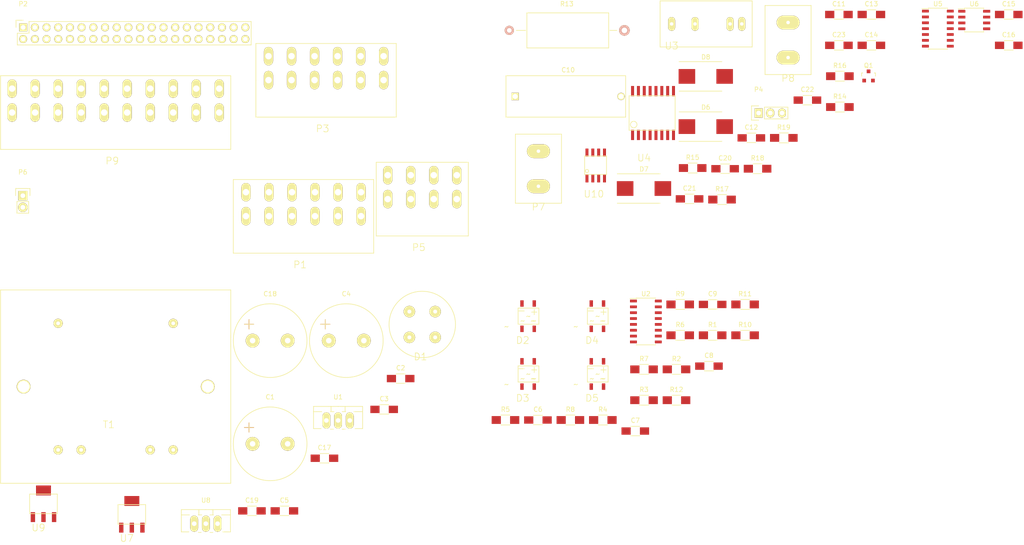
<source format=kicad_pcb>
(kicad_pcb (version 4) (host pcbnew 4.0.0-rc1-stable)

  (general
    (links 211)
    (no_connects 211)
    (area 0 0 0 0)
    (thickness 1.6)
    (drawings 0)
    (tracks 0)
    (zones 0)
    (modules 71)
    (nets 88)
  )

  (page A4)
  (layers
    (0 F.Cu signal)
    (31 B.Cu signal)
    (32 B.Adhes user)
    (33 F.Adhes user)
    (34 B.Paste user)
    (35 F.Paste user)
    (36 B.SilkS user)
    (37 F.SilkS user)
    (38 B.Mask user)
    (39 F.Mask user)
    (40 Dwgs.User user)
    (41 Cmts.User user)
    (42 Eco1.User user)
    (43 Eco2.User user)
    (44 Edge.Cuts user)
    (45 Margin user)
    (46 B.CrtYd user)
    (47 F.CrtYd user)
    (48 B.Fab user)
    (49 F.Fab user)
  )

  (setup
    (last_trace_width 0.25)
    (trace_clearance 0.2)
    (zone_clearance 0.508)
    (zone_45_only no)
    (trace_min 0.2)
    (segment_width 0.2)
    (edge_width 0.15)
    (via_size 0.6)
    (via_drill 0.4)
    (via_min_size 0.4)
    (via_min_drill 0.3)
    (uvia_size 0.3)
    (uvia_drill 0.1)
    (uvias_allowed no)
    (uvia_min_size 0.2)
    (uvia_min_drill 0.1)
    (pcb_text_width 0.3)
    (pcb_text_size 1.5 1.5)
    (mod_edge_width 0.15)
    (mod_text_size 1 1)
    (mod_text_width 0.15)
    (pad_size 1.524 1.524)
    (pad_drill 0.762)
    (pad_to_mask_clearance 0.2)
    (aux_axis_origin 0 0)
    (visible_elements FFFFFF7F)
    (pcbplotparams
      (layerselection 0x00030_80000001)
      (usegerberextensions false)
      (excludeedgelayer true)
      (linewidth 0.100000)
      (plotframeref false)
      (viasonmask false)
      (mode 1)
      (useauxorigin false)
      (hpglpennumber 1)
      (hpglpenspeed 20)
      (hpglpendiameter 15)
      (hpglpenoverlay 2)
      (psnegative false)
      (psa4output false)
      (plotreference true)
      (plotvalue true)
      (plotinvisibletext false)
      (padsonsilk false)
      (subtractmaskfromsilk false)
      (outputformat 1)
      (mirror false)
      (drillshape 1)
      (scaleselection 1)
      (outputdirectory ""))
  )

  (net 0 "")
  (net 1 "Net-(C1-Pad2)")
  (net 2 RECT_VCC)
  (net 3 +3V3)
  (net 4 "Net-(C6-Pad1)")
  (net 5 GNDREF)
  (net 6 "Net-(C7-Pad1)")
  (net 7 "Net-(C8-Pad1)")
  (net 8 "Net-(C9-Pad1)")
  (net 9 220VPHASE)
  (net 10 "Net-(C10-Pad2)")
  (net 11 "Net-(C11-Pad1)")
  (net 12 "Net-(C12-Pad1)")
  (net 13 /DIGITAL_COMM/ADCH1)
  (net 14 +5V)
  (net 15 "Net-(C20-Pad2)")
  (net 16 "Net-(C21-Pad1)")
  (net 17 "Net-(C22-Pad1)")
  (net 18 /DIGITAL_COMM/ADCH2)
  (net 19 "Net-(D1-Pad4)")
  (net 20 "Net-(D1-Pad2)")
  (net 21 AC-)
  (net 22 /water_level/WL0)
  (net 23 /water_level/WL1)
  (net 24 /water_level/WL3)
  (net 25 /water_level/WL2)
  (net 26 "Net-(D6-Pad2)")
  (net 27 "Net-(D6-Pad1)")
  (net 28 "Net-(D7-Pad2)")
  (net 29 "Net-(D8-Pad2)")
  (net 30 AC+)
  (net 31 "Net-(P2-Pad1)")
  (net 32 "Net-(P2-Pad3)")
  (net 33 "Net-(P2-Pad4)")
  (net 34 "Net-(P2-Pad5)")
  (net 35 "Net-(P2-Pad6)")
  (net 36 /DIGITAL_COMM/ADCLK)
  (net 37 "Net-(P2-Pad8)")
  (net 38 /DIGITAL_COMM/ADMISO)
  (net 39 "Net-(P2-Pad10)")
  (net 40 /DIGITAL_COMM/ADMOSI)
  (net 41 "Net-(P2-Pad12)")
  (net 42 /DIGITAL_COMM/ADCS)
  (net 43 "Net-(P2-Pad14)")
  (net 44 /DIGITAL_COMM/TEMPCS)
  (net 45 "Net-(P2-Pad16)")
  (net 46 /DIGITAL_COMM/TEMPSIO)
  (net 47 "Net-(P2-Pad18)")
  (net 48 /DIGITAL_COMM/TEMPSCK)
  (net 49 "Net-(P2-Pad20)")
  (net 50 "Net-(P2-Pad21)")
  (net 51 "Net-(P2-Pad22)")
  (net 52 /SSR_N_SENSING/SSR_ON)
  (net 53 "Net-(P2-Pad24)")
  (net 54 /SSR_N_SENSING/FAULT_EN)
  (net 55 "Net-(P2-Pad26)")
  (net 56 "Net-(P2-Pad27)")
  (net 57 "Net-(P2-Pad28)")
  (net 58 /SSR_N_SENSING/!FAULT)
  (net 59 "Net-(P2-Pad30)")
  (net 60 /water_level/water_level_3)
  (net 61 "Net-(P2-Pad32)")
  (net 62 /water_level/water_level_2)
  (net 63 "Net-(P2-Pad34)")
  (net 64 /water_level/water_level_1)
  (net 65 "Net-(P2-Pad36)")
  (net 66 /water_level/water_level_0)
  (net 67 "Net-(P2-Pad38)")
  (net 68 "Net-(P2-Pad39)")
  (net 69 230VPHASE)
  (net 70 EARTH)
  (net 71 230VNULL)
  (net 72 MOTOR+)
  (net 73 "Net-(P7-Pad2)")
  (net 74 "Net-(P7-Pad1)")
  (net 75 "Net-(Q1-Pad1)")
  (net 76 "Net-(Q1-Pad3)")
  (net 77 "Net-(R5-Pad1)")
  (net 78 "Net-(R6-Pad1)")
  (net 79 "Net-(R7-Pad1)")
  (net 80 "Net-(R8-Pad1)")
  (net 81 /DIGITAL_COMM/ADCH0)
  (net 82 /DIGITAL_COMM/ADCH3)
  (net 83 "Net-(U5-Pad5)")
  (net 84 "Net-(U5-Pad6)")
  (net 85 "Net-(U6-Pad3)")
  (net 86 "Net-(U6-Pad5)")
  (net 87 "Net-(U6-Pad6)")

  (net_class Default "This is the default net class."
    (clearance 0.2)
    (trace_width 0.25)
    (via_dia 0.6)
    (via_drill 0.4)
    (uvia_dia 0.3)
    (uvia_drill 0.1)
    (add_net +3V3)
    (add_net +5V)
    (add_net /DIGITAL_COMM/ADCH0)
    (add_net /DIGITAL_COMM/ADCH1)
    (add_net /DIGITAL_COMM/ADCH2)
    (add_net /DIGITAL_COMM/ADCH3)
    (add_net /DIGITAL_COMM/ADCLK)
    (add_net /DIGITAL_COMM/ADCS)
    (add_net /DIGITAL_COMM/ADMISO)
    (add_net /DIGITAL_COMM/ADMOSI)
    (add_net /DIGITAL_COMM/TEMPCS)
    (add_net /DIGITAL_COMM/TEMPSCK)
    (add_net /DIGITAL_COMM/TEMPSIO)
    (add_net /SSR_N_SENSING/!FAULT)
    (add_net /SSR_N_SENSING/FAULT_EN)
    (add_net /SSR_N_SENSING/SSR_ON)
    (add_net /water_level/WL0)
    (add_net /water_level/WL1)
    (add_net /water_level/WL2)
    (add_net /water_level/WL3)
    (add_net /water_level/water_level_0)
    (add_net /water_level/water_level_1)
    (add_net /water_level/water_level_2)
    (add_net /water_level/water_level_3)
    (add_net 220VPHASE)
    (add_net 230VNULL)
    (add_net 230VPHASE)
    (add_net AC+)
    (add_net AC-)
    (add_net EARTH)
    (add_net GNDREF)
    (add_net MOTOR+)
    (add_net "Net-(C1-Pad2)")
    (add_net "Net-(C10-Pad2)")
    (add_net "Net-(C11-Pad1)")
    (add_net "Net-(C12-Pad1)")
    (add_net "Net-(C20-Pad2)")
    (add_net "Net-(C21-Pad1)")
    (add_net "Net-(C22-Pad1)")
    (add_net "Net-(C6-Pad1)")
    (add_net "Net-(C7-Pad1)")
    (add_net "Net-(C8-Pad1)")
    (add_net "Net-(C9-Pad1)")
    (add_net "Net-(D1-Pad2)")
    (add_net "Net-(D1-Pad4)")
    (add_net "Net-(D6-Pad1)")
    (add_net "Net-(D6-Pad2)")
    (add_net "Net-(D7-Pad2)")
    (add_net "Net-(D8-Pad2)")
    (add_net "Net-(P2-Pad1)")
    (add_net "Net-(P2-Pad10)")
    (add_net "Net-(P2-Pad12)")
    (add_net "Net-(P2-Pad14)")
    (add_net "Net-(P2-Pad16)")
    (add_net "Net-(P2-Pad18)")
    (add_net "Net-(P2-Pad20)")
    (add_net "Net-(P2-Pad21)")
    (add_net "Net-(P2-Pad22)")
    (add_net "Net-(P2-Pad24)")
    (add_net "Net-(P2-Pad26)")
    (add_net "Net-(P2-Pad27)")
    (add_net "Net-(P2-Pad28)")
    (add_net "Net-(P2-Pad3)")
    (add_net "Net-(P2-Pad30)")
    (add_net "Net-(P2-Pad32)")
    (add_net "Net-(P2-Pad34)")
    (add_net "Net-(P2-Pad36)")
    (add_net "Net-(P2-Pad38)")
    (add_net "Net-(P2-Pad39)")
    (add_net "Net-(P2-Pad4)")
    (add_net "Net-(P2-Pad5)")
    (add_net "Net-(P2-Pad6)")
    (add_net "Net-(P2-Pad8)")
    (add_net "Net-(P7-Pad1)")
    (add_net "Net-(P7-Pad2)")
    (add_net "Net-(Q1-Pad1)")
    (add_net "Net-(Q1-Pad3)")
    (add_net "Net-(R5-Pad1)")
    (add_net "Net-(R6-Pad1)")
    (add_net "Net-(R7-Pad1)")
    (add_net "Net-(R8-Pad1)")
    (add_net "Net-(U5-Pad5)")
    (add_net "Net-(U5-Pad6)")
    (add_net "Net-(U6-Pad3)")
    (add_net "Net-(U6-Pad5)")
    (add_net "Net-(U6-Pad6)")
    (add_net RECT_VCC)
  )

  (module Capacitors_Elko_ThroughHole:Elko_vert_31.5x16mm_RM7.5 (layer F.Cu) (tedit 5454A520) (tstamp 5626574B)
    (at 77.266401 117.1574)
    (descr "Electrolytic Capacitor, vertical, diameter 16mm, RM 7,5mm")
    (tags "Electrolytic Capacitor, vertical, diameter 16mm, RM 7,5mm, Elko, Electrolytkondensator, Kondensator gepolt, Durchmesser 16mm")
    (path /5614D811/5614DC84)
    (fp_text reference C1 (at 3.81 -10.16) (layer F.SilkS)
      (effects (font (size 1 1) (thickness 0.15)))
    )
    (fp_text value CP (at 3.81 10.16) (layer F.Fab)
      (effects (font (size 1 1) (thickness 0.15)))
    )
    (fp_line (start -1.778 -3.556) (end 0.254 -3.556) (layer F.SilkS) (width 0.15))
    (fp_line (start -0.762 -4.572) (end -0.762 -2.54) (layer F.SilkS) (width 0.15))
    (fp_line (start -0.762 -4.572) (end -0.762 -4.064) (layer F.Cu) (width 0.15))
    (fp_line (start -0.762 -4.064) (end -0.762 -3.556) (layer F.Cu) (width 0.15))
    (fp_line (start -0.762 -3.556) (end -0.762 -3.048) (layer F.Cu) (width 0.15))
    (fp_line (start -0.762 -3.048) (end -0.762 -2.54) (layer F.Cu) (width 0.15))
    (fp_line (start -1.778 -3.556) (end 0.254 -3.556) (layer F.Cu) (width 0.15))
    (fp_circle (center 3.81 0) (end 11.811 0) (layer F.SilkS) (width 0.15))
    (pad 2 thru_hole circle (at 7.62 0) (size 2.99974 2.99974) (drill 1.19888) (layers *.Cu *.Mask F.SilkS)
      (net 1 "Net-(C1-Pad2)"))
    (pad 1 thru_hole circle (at 0 0) (size 2.99974 2.99974) (drill 1.19888) (layers *.Cu *.Mask F.SilkS)
      (net 2 RECT_VCC))
    (model Capacitors_Elko_ThroughHole.3dshapes/Elko_vert_31.5x16mm_RM7.5.wrl
      (at (xyz 0 0 0))
      (scale (xyz 1 1 1))
      (rotate (xyz 0 0 0))
    )
  )

  (module Capacitors_SMD:C_1206_HandSoldering (layer F.Cu) (tedit 541A9C03) (tstamp 56265751)
    (at 109.425401 102.9774)
    (descr "Capacitor SMD 1206, hand soldering")
    (tags "capacitor 1206")
    (path /5614D811/5614DD25)
    (attr smd)
    (fp_text reference C2 (at 0 -2.3) (layer F.SilkS)
      (effects (font (size 1 1) (thickness 0.15)))
    )
    (fp_text value C (at 0 2.3) (layer F.Fab)
      (effects (font (size 1 1) (thickness 0.15)))
    )
    (fp_line (start -3.3 -1.15) (end 3.3 -1.15) (layer F.CrtYd) (width 0.05))
    (fp_line (start -3.3 1.15) (end 3.3 1.15) (layer F.CrtYd) (width 0.05))
    (fp_line (start -3.3 -1.15) (end -3.3 1.15) (layer F.CrtYd) (width 0.05))
    (fp_line (start 3.3 -1.15) (end 3.3 1.15) (layer F.CrtYd) (width 0.05))
    (fp_line (start 1 -1.025) (end -1 -1.025) (layer F.SilkS) (width 0.15))
    (fp_line (start -1 1.025) (end 1 1.025) (layer F.SilkS) (width 0.15))
    (pad 1 smd rect (at -2 0) (size 2 1.6) (layers F.Cu F.Paste F.Mask)
      (net 2 RECT_VCC))
    (pad 2 smd rect (at 2 0) (size 2 1.6) (layers F.Cu F.Paste F.Mask)
      (net 1 "Net-(C1-Pad2)"))
    (model Capacitors_SMD.3dshapes/C_1206_HandSoldering.wrl
      (at (xyz 0 0 0))
      (scale (xyz 1 1 1))
      (rotate (xyz 0 0 0))
    )
  )

  (module Capacitors_SMD:C_1206_HandSoldering (layer F.Cu) (tedit 541A9C03) (tstamp 56265757)
    (at 105.845401 109.6774)
    (descr "Capacitor SMD 1206, hand soldering")
    (tags "capacitor 1206")
    (path /5614D811/5614DE33)
    (attr smd)
    (fp_text reference C3 (at 0 -2.3) (layer F.SilkS)
      (effects (font (size 1 1) (thickness 0.15)))
    )
    (fp_text value C (at 0 2.3) (layer F.Fab)
      (effects (font (size 1 1) (thickness 0.15)))
    )
    (fp_line (start -3.3 -1.15) (end 3.3 -1.15) (layer F.CrtYd) (width 0.05))
    (fp_line (start -3.3 1.15) (end 3.3 1.15) (layer F.CrtYd) (width 0.05))
    (fp_line (start -3.3 -1.15) (end -3.3 1.15) (layer F.CrtYd) (width 0.05))
    (fp_line (start 3.3 -1.15) (end 3.3 1.15) (layer F.CrtYd) (width 0.05))
    (fp_line (start 1 -1.025) (end -1 -1.025) (layer F.SilkS) (width 0.15))
    (fp_line (start -1 1.025) (end 1 1.025) (layer F.SilkS) (width 0.15))
    (pad 1 smd rect (at -2 0) (size 2 1.6) (layers F.Cu F.Paste F.Mask)
      (net 3 +3V3))
    (pad 2 smd rect (at 2 0) (size 2 1.6) (layers F.Cu F.Paste F.Mask)
      (net 1 "Net-(C1-Pad2)"))
    (model Capacitors_SMD.3dshapes/C_1206_HandSoldering.wrl
      (at (xyz 0 0 0))
      (scale (xyz 1 1 1))
      (rotate (xyz 0 0 0))
    )
  )

  (module Capacitors_Elko_ThroughHole:Elko_vert_31.5x16mm_RM7.5 (layer F.Cu) (tedit 5454A520) (tstamp 5626575D)
    (at 93.816401 94.7374)
    (descr "Electrolytic Capacitor, vertical, diameter 16mm, RM 7,5mm")
    (tags "Electrolytic Capacitor, vertical, diameter 16mm, RM 7,5mm, Elko, Electrolytkondensator, Kondensator gepolt, Durchmesser 16mm")
    (path /5614D811/5614DE74)
    (fp_text reference C4 (at 3.81 -10.16) (layer F.SilkS)
      (effects (font (size 1 1) (thickness 0.15)))
    )
    (fp_text value CP (at 3.81 10.16) (layer F.Fab)
      (effects (font (size 1 1) (thickness 0.15)))
    )
    (fp_line (start -1.778 -3.556) (end 0.254 -3.556) (layer F.SilkS) (width 0.15))
    (fp_line (start -0.762 -4.572) (end -0.762 -2.54) (layer F.SilkS) (width 0.15))
    (fp_line (start -0.762 -4.572) (end -0.762 -4.064) (layer F.Cu) (width 0.15))
    (fp_line (start -0.762 -4.064) (end -0.762 -3.556) (layer F.Cu) (width 0.15))
    (fp_line (start -0.762 -3.556) (end -0.762 -3.048) (layer F.Cu) (width 0.15))
    (fp_line (start -0.762 -3.048) (end -0.762 -2.54) (layer F.Cu) (width 0.15))
    (fp_line (start -1.778 -3.556) (end 0.254 -3.556) (layer F.Cu) (width 0.15))
    (fp_circle (center 3.81 0) (end 11.811 0) (layer F.SilkS) (width 0.15))
    (pad 2 thru_hole circle (at 7.62 0) (size 2.99974 2.99974) (drill 1.19888) (layers *.Cu *.Mask F.SilkS)
      (net 1 "Net-(C1-Pad2)"))
    (pad 1 thru_hole circle (at 0 0) (size 2.99974 2.99974) (drill 1.19888) (layers *.Cu *.Mask F.SilkS)
      (net 3 +3V3))
    (model Capacitors_Elko_ThroughHole.3dshapes/Elko_vert_31.5x16mm_RM7.5.wrl
      (at (xyz 0 0 0))
      (scale (xyz 1 1 1))
      (rotate (xyz 0 0 0))
    )
  )

  (module Capacitors_SMD:C_1206_HandSoldering (layer F.Cu) (tedit 541A9C03) (tstamp 56265763)
    (at 84.175401 131.7174)
    (descr "Capacitor SMD 1206, hand soldering")
    (tags "capacitor 1206")
    (path /5614D811/5614DEB4)
    (attr smd)
    (fp_text reference C5 (at 0 -2.3) (layer F.SilkS)
      (effects (font (size 1 1) (thickness 0.15)))
    )
    (fp_text value C (at 0 2.3) (layer F.Fab)
      (effects (font (size 1 1) (thickness 0.15)))
    )
    (fp_line (start -3.3 -1.15) (end 3.3 -1.15) (layer F.CrtYd) (width 0.05))
    (fp_line (start -3.3 1.15) (end 3.3 1.15) (layer F.CrtYd) (width 0.05))
    (fp_line (start -3.3 -1.15) (end -3.3 1.15) (layer F.CrtYd) (width 0.05))
    (fp_line (start 3.3 -1.15) (end 3.3 1.15) (layer F.CrtYd) (width 0.05))
    (fp_line (start 1 -1.025) (end -1 -1.025) (layer F.SilkS) (width 0.15))
    (fp_line (start -1 1.025) (end 1 1.025) (layer F.SilkS) (width 0.15))
    (pad 1 smd rect (at -2 0) (size 2 1.6) (layers F.Cu F.Paste F.Mask)
      (net 3 +3V3))
    (pad 2 smd rect (at 2 0) (size 2 1.6) (layers F.Cu F.Paste F.Mask)
      (net 1 "Net-(C1-Pad2)"))
    (model Capacitors_SMD.3dshapes/C_1206_HandSoldering.wrl
      (at (xyz 0 0 0))
      (scale (xyz 1 1 1))
      (rotate (xyz 0 0 0))
    )
  )

  (module Capacitors_SMD:C_1206_HandSoldering (layer F.Cu) (tedit 541A9C03) (tstamp 56265769)
    (at 139.245401 111.9774)
    (descr "Capacitor SMD 1206, hand soldering")
    (tags "capacitor 1206")
    (path /5614D8B0/5615198E)
    (attr smd)
    (fp_text reference C6 (at 0 -2.3) (layer F.SilkS)
      (effects (font (size 1 1) (thickness 0.15)))
    )
    (fp_text value 10uF (at 0 2.3) (layer F.Fab)
      (effects (font (size 1 1) (thickness 0.15)))
    )
    (fp_line (start -3.3 -1.15) (end 3.3 -1.15) (layer F.CrtYd) (width 0.05))
    (fp_line (start -3.3 1.15) (end 3.3 1.15) (layer F.CrtYd) (width 0.05))
    (fp_line (start -3.3 -1.15) (end -3.3 1.15) (layer F.CrtYd) (width 0.05))
    (fp_line (start 3.3 -1.15) (end 3.3 1.15) (layer F.CrtYd) (width 0.05))
    (fp_line (start 1 -1.025) (end -1 -1.025) (layer F.SilkS) (width 0.15))
    (fp_line (start -1 1.025) (end 1 1.025) (layer F.SilkS) (width 0.15))
    (pad 1 smd rect (at -2 0) (size 2 1.6) (layers F.Cu F.Paste F.Mask)
      (net 4 "Net-(C6-Pad1)"))
    (pad 2 smd rect (at 2 0) (size 2 1.6) (layers F.Cu F.Paste F.Mask)
      (net 5 GNDREF))
    (model Capacitors_SMD.3dshapes/C_1206_HandSoldering.wrl
      (at (xyz 0 0 0))
      (scale (xyz 1 1 1))
      (rotate (xyz 0 0 0))
    )
  )

  (module Capacitors_SMD:C_1206_HandSoldering (layer F.Cu) (tedit 541A9C03) (tstamp 5626576F)
    (at 160.395401 114.3774)
    (descr "Capacitor SMD 1206, hand soldering")
    (tags "capacitor 1206")
    (path /5614D8B0/56151315)
    (attr smd)
    (fp_text reference C7 (at 0 -2.3) (layer F.SilkS)
      (effects (font (size 1 1) (thickness 0.15)))
    )
    (fp_text value 10uF (at 0 2.3) (layer F.Fab)
      (effects (font (size 1 1) (thickness 0.15)))
    )
    (fp_line (start -3.3 -1.15) (end 3.3 -1.15) (layer F.CrtYd) (width 0.05))
    (fp_line (start -3.3 1.15) (end 3.3 1.15) (layer F.CrtYd) (width 0.05))
    (fp_line (start -3.3 -1.15) (end -3.3 1.15) (layer F.CrtYd) (width 0.05))
    (fp_line (start 3.3 -1.15) (end 3.3 1.15) (layer F.CrtYd) (width 0.05))
    (fp_line (start 1 -1.025) (end -1 -1.025) (layer F.SilkS) (width 0.15))
    (fp_line (start -1 1.025) (end 1 1.025) (layer F.SilkS) (width 0.15))
    (pad 1 smd rect (at -2 0) (size 2 1.6) (layers F.Cu F.Paste F.Mask)
      (net 6 "Net-(C7-Pad1)"))
    (pad 2 smd rect (at 2 0) (size 2 1.6) (layers F.Cu F.Paste F.Mask)
      (net 5 GNDREF))
    (model Capacitors_SMD.3dshapes/C_1206_HandSoldering.wrl
      (at (xyz 0 0 0))
      (scale (xyz 1 1 1))
      (rotate (xyz 0 0 0))
    )
  )

  (module Capacitors_SMD:C_1206_HandSoldering (layer F.Cu) (tedit 541A9C03) (tstamp 56265775)
    (at 176.395401 100.2774)
    (descr "Capacitor SMD 1206, hand soldering")
    (tags "capacitor 1206")
    (path /5614D8B0/56151790)
    (attr smd)
    (fp_text reference C8 (at 0 -2.3) (layer F.SilkS)
      (effects (font (size 1 1) (thickness 0.15)))
    )
    (fp_text value 10uF (at 0 2.3) (layer F.Fab)
      (effects (font (size 1 1) (thickness 0.15)))
    )
    (fp_line (start -3.3 -1.15) (end 3.3 -1.15) (layer F.CrtYd) (width 0.05))
    (fp_line (start -3.3 1.15) (end 3.3 1.15) (layer F.CrtYd) (width 0.05))
    (fp_line (start -3.3 -1.15) (end -3.3 1.15) (layer F.CrtYd) (width 0.05))
    (fp_line (start 3.3 -1.15) (end 3.3 1.15) (layer F.CrtYd) (width 0.05))
    (fp_line (start 1 -1.025) (end -1 -1.025) (layer F.SilkS) (width 0.15))
    (fp_line (start -1 1.025) (end 1 1.025) (layer F.SilkS) (width 0.15))
    (pad 1 smd rect (at -2 0) (size 2 1.6) (layers F.Cu F.Paste F.Mask)
      (net 7 "Net-(C8-Pad1)"))
    (pad 2 smd rect (at 2 0) (size 2 1.6) (layers F.Cu F.Paste F.Mask)
      (net 5 GNDREF))
    (model Capacitors_SMD.3dshapes/C_1206_HandSoldering.wrl
      (at (xyz 0 0 0))
      (scale (xyz 1 1 1))
      (rotate (xyz 0 0 0))
    )
  )

  (module Capacitors_SMD:C_1206_HandSoldering (layer F.Cu) (tedit 541A9C03) (tstamp 5626577B)
    (at 177.195401 86.8774)
    (descr "Capacitor SMD 1206, hand soldering")
    (tags "capacitor 1206")
    (path /5614D8B0/5615106E)
    (attr smd)
    (fp_text reference C9 (at 0 -2.3) (layer F.SilkS)
      (effects (font (size 1 1) (thickness 0.15)))
    )
    (fp_text value 10uF (at 0 2.3) (layer F.Fab)
      (effects (font (size 1 1) (thickness 0.15)))
    )
    (fp_line (start -3.3 -1.15) (end 3.3 -1.15) (layer F.CrtYd) (width 0.05))
    (fp_line (start -3.3 1.15) (end 3.3 1.15) (layer F.CrtYd) (width 0.05))
    (fp_line (start -3.3 -1.15) (end -3.3 1.15) (layer F.CrtYd) (width 0.05))
    (fp_line (start 3.3 -1.15) (end 3.3 1.15) (layer F.CrtYd) (width 0.05))
    (fp_line (start 1 -1.025) (end -1 -1.025) (layer F.SilkS) (width 0.15))
    (fp_line (start -1 1.025) (end 1 1.025) (layer F.SilkS) (width 0.15))
    (pad 1 smd rect (at -2 0) (size 2 1.6) (layers F.Cu F.Paste F.Mask)
      (net 8 "Net-(C9-Pad1)"))
    (pad 2 smd rect (at 2 0) (size 2 1.6) (layers F.Cu F.Paste F.Mask)
      (net 5 GNDREF))
    (model Capacitors_SMD.3dshapes/C_1206_HandSoldering.wrl
      (at (xyz 0 0 0))
      (scale (xyz 1 1 1))
      (rotate (xyz 0 0 0))
    )
  )

  (module Capacitors_ThroughHole:C_Rect_L27_W9_H17_P23 (layer F.Cu) (tedit 0) (tstamp 56265781)
    (at 134.305401 41.6974)
    (descr "Film Capacitor Length 27mm x Width 9mm x Heigth 17mm, Pitch 23mm")
    (tags "Kemet R.46 Capacitor")
    (path /561BB99D/561BB887)
    (fp_text reference C10 (at 11.5 -5.75) (layer F.SilkS)
      (effects (font (size 1 1) (thickness 0.15)))
    )
    (fp_text value C_SNUB (at 11.5 5.75) (layer F.Fab)
      (effects (font (size 1 1) (thickness 0.15)))
    )
    (fp_line (start -2.25 -4.75) (end 24.25 -4.75) (layer F.CrtYd) (width 0.05))
    (fp_line (start 24.25 -4.75) (end 24.25 4.75) (layer F.CrtYd) (width 0.05))
    (fp_line (start 24.25 4.75) (end -2.25 4.75) (layer F.CrtYd) (width 0.05))
    (fp_line (start -2.25 4.75) (end -2.25 -4.75) (layer F.CrtYd) (width 0.05))
    (fp_line (start -2 -4.5) (end 24 -4.5) (layer F.SilkS) (width 0.15))
    (fp_line (start 24 -4.5) (end 24 4.5) (layer F.SilkS) (width 0.15))
    (fp_line (start 24 4.5) (end -2 4.5) (layer F.SilkS) (width 0.15))
    (fp_line (start -2 4.5) (end -2 -4.5) (layer F.SilkS) (width 0.15))
    (pad 1 thru_hole rect (at 0 0) (size 1.6 1.6) (drill 1.1) (layers *.Cu *.Mask F.SilkS)
      (net 9 220VPHASE))
    (pad 2 thru_hole circle (at 23 0) (size 1.6 1.6) (drill 1.1) (layers *.Cu *.Mask F.SilkS)
      (net 10 "Net-(C10-Pad2)"))
    (model Capacitors_ThroughHole.3dshapes/C_Rect_L27_W9_H17_P23.wrl
      (at (xyz 0.452756 0 0))
      (scale (xyz 4 4 4))
      (rotate (xyz 0 0 0))
    )
  )

  (module Capacitors_SMD:C_1206_HandSoldering (layer F.Cu) (tedit 541A9C03) (tstamp 56265787)
    (at 204.625401 23.8974)
    (descr "Capacitor SMD 1206, hand soldering")
    (tags "capacitor 1206")
    (path /561BB99D/561BD4EE)
    (attr smd)
    (fp_text reference C11 (at 0 -2.3) (layer F.SilkS)
      (effects (font (size 1 1) (thickness 0.15)))
    )
    (fp_text value C (at 0 2.3) (layer F.Fab)
      (effects (font (size 1 1) (thickness 0.15)))
    )
    (fp_line (start -3.3 -1.15) (end 3.3 -1.15) (layer F.CrtYd) (width 0.05))
    (fp_line (start -3.3 1.15) (end 3.3 1.15) (layer F.CrtYd) (width 0.05))
    (fp_line (start -3.3 -1.15) (end -3.3 1.15) (layer F.CrtYd) (width 0.05))
    (fp_line (start 3.3 -1.15) (end 3.3 1.15) (layer F.CrtYd) (width 0.05))
    (fp_line (start 1 -1.025) (end -1 -1.025) (layer F.SilkS) (width 0.15))
    (fp_line (start -1 1.025) (end 1 1.025) (layer F.SilkS) (width 0.15))
    (pad 1 smd rect (at -2 0) (size 2 1.6) (layers F.Cu F.Paste F.Mask)
      (net 11 "Net-(C11-Pad1)"))
    (pad 2 smd rect (at 2 0) (size 2 1.6) (layers F.Cu F.Paste F.Mask)
      (net 5 GNDREF))
    (model Capacitors_SMD.3dshapes/C_1206_HandSoldering.wrl
      (at (xyz 0 0 0))
      (scale (xyz 1 1 1))
      (rotate (xyz 0 0 0))
    )
  )

  (module Capacitors_SMD:C_1206_HandSoldering (layer F.Cu) (tedit 541A9C03) (tstamp 5626578D)
    (at 185.605401 50.6974)
    (descr "Capacitor SMD 1206, hand soldering")
    (tags "capacitor 1206")
    (path /561BB99D/561BD44D)
    (attr smd)
    (fp_text reference C12 (at 0 -2.3) (layer F.SilkS)
      (effects (font (size 1 1) (thickness 0.15)))
    )
    (fp_text value C (at 0 2.3) (layer F.Fab)
      (effects (font (size 1 1) (thickness 0.15)))
    )
    (fp_line (start -3.3 -1.15) (end 3.3 -1.15) (layer F.CrtYd) (width 0.05))
    (fp_line (start -3.3 1.15) (end 3.3 1.15) (layer F.CrtYd) (width 0.05))
    (fp_line (start -3.3 -1.15) (end -3.3 1.15) (layer F.CrtYd) (width 0.05))
    (fp_line (start 3.3 -1.15) (end 3.3 1.15) (layer F.CrtYd) (width 0.05))
    (fp_line (start 1 -1.025) (end -1 -1.025) (layer F.SilkS) (width 0.15))
    (fp_line (start -1 1.025) (end 1 1.025) (layer F.SilkS) (width 0.15))
    (pad 1 smd rect (at -2 0) (size 2 1.6) (layers F.Cu F.Paste F.Mask)
      (net 12 "Net-(C12-Pad1)"))
    (pad 2 smd rect (at 2 0) (size 2 1.6) (layers F.Cu F.Paste F.Mask)
      (net 5 GNDREF))
    (model Capacitors_SMD.3dshapes/C_1206_HandSoldering.wrl
      (at (xyz 0 0 0))
      (scale (xyz 1 1 1))
      (rotate (xyz 0 0 0))
    )
  )

  (module Capacitors_SMD:C_1206_HandSoldering (layer F.Cu) (tedit 541A9C03) (tstamp 56265793)
    (at 211.675401 23.8974)
    (descr "Capacitor SMD 1206, hand soldering")
    (tags "capacitor 1206")
    (path /561BB99D/561BD266)
    (attr smd)
    (fp_text reference C13 (at 0 -2.3) (layer F.SilkS)
      (effects (font (size 1 1) (thickness 0.15)))
    )
    (fp_text value C (at 0 2.3) (layer F.Fab)
      (effects (font (size 1 1) (thickness 0.15)))
    )
    (fp_line (start -3.3 -1.15) (end 3.3 -1.15) (layer F.CrtYd) (width 0.05))
    (fp_line (start -3.3 1.15) (end 3.3 1.15) (layer F.CrtYd) (width 0.05))
    (fp_line (start -3.3 -1.15) (end -3.3 1.15) (layer F.CrtYd) (width 0.05))
    (fp_line (start 3.3 -1.15) (end 3.3 1.15) (layer F.CrtYd) (width 0.05))
    (fp_line (start 1 -1.025) (end -1 -1.025) (layer F.SilkS) (width 0.15))
    (fp_line (start -1 1.025) (end 1 1.025) (layer F.SilkS) (width 0.15))
    (pad 1 smd rect (at -2 0) (size 2 1.6) (layers F.Cu F.Paste F.Mask)
      (net 3 +3V3))
    (pad 2 smd rect (at 2 0) (size 2 1.6) (layers F.Cu F.Paste F.Mask)
      (net 5 GNDREF))
    (model Capacitors_SMD.3dshapes/C_1206_HandSoldering.wrl
      (at (xyz 0 0 0))
      (scale (xyz 1 1 1))
      (rotate (xyz 0 0 0))
    )
  )

  (module Capacitors_SMD:C_1206_HandSoldering (layer F.Cu) (tedit 541A9C03) (tstamp 56265799)
    (at 211.675401 30.5974)
    (descr "Capacitor SMD 1206, hand soldering")
    (tags "capacitor 1206")
    (path /561BB99D/561BF95E)
    (attr smd)
    (fp_text reference C14 (at 0 -2.3) (layer F.SilkS)
      (effects (font (size 1 1) (thickness 0.15)))
    )
    (fp_text value C (at 0 2.3) (layer F.Fab)
      (effects (font (size 1 1) (thickness 0.15)))
    )
    (fp_line (start -3.3 -1.15) (end 3.3 -1.15) (layer F.CrtYd) (width 0.05))
    (fp_line (start -3.3 1.15) (end 3.3 1.15) (layer F.CrtYd) (width 0.05))
    (fp_line (start -3.3 -1.15) (end -3.3 1.15) (layer F.CrtYd) (width 0.05))
    (fp_line (start 3.3 -1.15) (end 3.3 1.15) (layer F.CrtYd) (width 0.05))
    (fp_line (start 1 -1.025) (end -1 -1.025) (layer F.SilkS) (width 0.15))
    (fp_line (start -1 1.025) (end 1 1.025) (layer F.SilkS) (width 0.15))
    (pad 1 smd rect (at -2 0) (size 2 1.6) (layers F.Cu F.Paste F.Mask)
      (net 13 /DIGITAL_COMM/ADCH1))
    (pad 2 smd rect (at 2 0) (size 2 1.6) (layers F.Cu F.Paste F.Mask)
      (net 5 GNDREF))
    (model Capacitors_SMD.3dshapes/C_1206_HandSoldering.wrl
      (at (xyz 0 0 0))
      (scale (xyz 1 1 1))
      (rotate (xyz 0 0 0))
    )
  )

  (module Capacitors_SMD:C_1206_HandSoldering (layer F.Cu) (tedit 541A9C03) (tstamp 5626579F)
    (at 241.515401 23.8974)
    (descr "Capacitor SMD 1206, hand soldering")
    (tags "capacitor 1206")
    (path /561BBA0C/561C1FA8)
    (attr smd)
    (fp_text reference C15 (at 0 -2.3) (layer F.SilkS)
      (effects (font (size 1 1) (thickness 0.15)))
    )
    (fp_text value C (at 0 2.3) (layer F.Fab)
      (effects (font (size 1 1) (thickness 0.15)))
    )
    (fp_line (start -3.3 -1.15) (end 3.3 -1.15) (layer F.CrtYd) (width 0.05))
    (fp_line (start -3.3 1.15) (end 3.3 1.15) (layer F.CrtYd) (width 0.05))
    (fp_line (start -3.3 -1.15) (end -3.3 1.15) (layer F.CrtYd) (width 0.05))
    (fp_line (start 3.3 -1.15) (end 3.3 1.15) (layer F.CrtYd) (width 0.05))
    (fp_line (start 1 -1.025) (end -1 -1.025) (layer F.SilkS) (width 0.15))
    (fp_line (start -1 1.025) (end 1 1.025) (layer F.SilkS) (width 0.15))
    (pad 1 smd rect (at -2 0) (size 2 1.6) (layers F.Cu F.Paste F.Mask)
      (net 5 GNDREF))
    (pad 2 smd rect (at 2 0) (size 2 1.6) (layers F.Cu F.Paste F.Mask)
      (net 3 +3V3))
    (model Capacitors_SMD.3dshapes/C_1206_HandSoldering.wrl
      (at (xyz 0 0 0))
      (scale (xyz 1 1 1))
      (rotate (xyz 0 0 0))
    )
  )

  (module Capacitors_SMD:C_1206_HandSoldering (layer F.Cu) (tedit 541A9C03) (tstamp 562657A5)
    (at 241.515401 30.5974)
    (descr "Capacitor SMD 1206, hand soldering")
    (tags "capacitor 1206")
    (path /561BBA0C/561C1F39)
    (attr smd)
    (fp_text reference C16 (at 0 -2.3) (layer F.SilkS)
      (effects (font (size 1 1) (thickness 0.15)))
    )
    (fp_text value C (at 0 2.3) (layer F.Fab)
      (effects (font (size 1 1) (thickness 0.15)))
    )
    (fp_line (start -3.3 -1.15) (end 3.3 -1.15) (layer F.CrtYd) (width 0.05))
    (fp_line (start -3.3 1.15) (end 3.3 1.15) (layer F.CrtYd) (width 0.05))
    (fp_line (start -3.3 -1.15) (end -3.3 1.15) (layer F.CrtYd) (width 0.05))
    (fp_line (start 3.3 -1.15) (end 3.3 1.15) (layer F.CrtYd) (width 0.05))
    (fp_line (start 1 -1.025) (end -1 -1.025) (layer F.SilkS) (width 0.15))
    (fp_line (start -1 1.025) (end 1 1.025) (layer F.SilkS) (width 0.15))
    (pad 1 smd rect (at -2 0) (size 2 1.6) (layers F.Cu F.Paste F.Mask)
      (net 5 GNDREF))
    (pad 2 smd rect (at 2 0) (size 2 1.6) (layers F.Cu F.Paste F.Mask)
      (net 3 +3V3))
    (model Capacitors_SMD.3dshapes/C_1206_HandSoldering.wrl
      (at (xyz 0 0 0))
      (scale (xyz 1 1 1))
      (rotate (xyz 0 0 0))
    )
  )

  (module Capacitors_SMD:C_1206_HandSoldering (layer F.Cu) (tedit 541A9C03) (tstamp 562657AB)
    (at 92.875401 120.2874)
    (descr "Capacitor SMD 1206, hand soldering")
    (tags "capacitor 1206")
    (path /5614D811/5625951E)
    (attr smd)
    (fp_text reference C17 (at 0 -2.3) (layer F.SilkS)
      (effects (font (size 1 1) (thickness 0.15)))
    )
    (fp_text value C (at 0 2.3) (layer F.Fab)
      (effects (font (size 1 1) (thickness 0.15)))
    )
    (fp_line (start -3.3 -1.15) (end 3.3 -1.15) (layer F.CrtYd) (width 0.05))
    (fp_line (start -3.3 1.15) (end 3.3 1.15) (layer F.CrtYd) (width 0.05))
    (fp_line (start -3.3 -1.15) (end -3.3 1.15) (layer F.CrtYd) (width 0.05))
    (fp_line (start 3.3 -1.15) (end 3.3 1.15) (layer F.CrtYd) (width 0.05))
    (fp_line (start 1 -1.025) (end -1 -1.025) (layer F.SilkS) (width 0.15))
    (fp_line (start -1 1.025) (end 1 1.025) (layer F.SilkS) (width 0.15))
    (pad 1 smd rect (at -2 0) (size 2 1.6) (layers F.Cu F.Paste F.Mask)
      (net 14 +5V))
    (pad 2 smd rect (at 2 0) (size 2 1.6) (layers F.Cu F.Paste F.Mask)
      (net 5 GNDREF))
    (model Capacitors_SMD.3dshapes/C_1206_HandSoldering.wrl
      (at (xyz 0 0 0))
      (scale (xyz 1 1 1))
      (rotate (xyz 0 0 0))
    )
  )

  (module Capacitors_Elko_ThroughHole:Elko_vert_31.5x16mm_RM7.5 (layer F.Cu) (tedit 5454A520) (tstamp 562657B1)
    (at 77.266401 94.7374)
    (descr "Electrolytic Capacitor, vertical, diameter 16mm, RM 7,5mm")
    (tags "Electrolytic Capacitor, vertical, diameter 16mm, RM 7,5mm, Elko, Electrolytkondensator, Kondensator gepolt, Durchmesser 16mm")
    (path /5614D811/56259524)
    (fp_text reference C18 (at 3.81 -10.16) (layer F.SilkS)
      (effects (font (size 1 1) (thickness 0.15)))
    )
    (fp_text value CP (at 3.81 10.16) (layer F.Fab)
      (effects (font (size 1 1) (thickness 0.15)))
    )
    (fp_line (start -1.778 -3.556) (end 0.254 -3.556) (layer F.SilkS) (width 0.15))
    (fp_line (start -0.762 -4.572) (end -0.762 -2.54) (layer F.SilkS) (width 0.15))
    (fp_line (start -0.762 -4.572) (end -0.762 -4.064) (layer F.Cu) (width 0.15))
    (fp_line (start -0.762 -4.064) (end -0.762 -3.556) (layer F.Cu) (width 0.15))
    (fp_line (start -0.762 -3.556) (end -0.762 -3.048) (layer F.Cu) (width 0.15))
    (fp_line (start -0.762 -3.048) (end -0.762 -2.54) (layer F.Cu) (width 0.15))
    (fp_line (start -1.778 -3.556) (end 0.254 -3.556) (layer F.Cu) (width 0.15))
    (fp_circle (center 3.81 0) (end 11.811 0) (layer F.SilkS) (width 0.15))
    (pad 2 thru_hole circle (at 7.62 0) (size 2.99974 2.99974) (drill 1.19888) (layers *.Cu *.Mask F.SilkS)
      (net 5 GNDREF))
    (pad 1 thru_hole circle (at 0 0) (size 2.99974 2.99974) (drill 1.19888) (layers *.Cu *.Mask F.SilkS)
      (net 14 +5V))
    (model Capacitors_Elko_ThroughHole.3dshapes/Elko_vert_31.5x16mm_RM7.5.wrl
      (at (xyz 0 0 0))
      (scale (xyz 1 1 1))
      (rotate (xyz 0 0 0))
    )
  )

  (module Capacitors_SMD:C_1206_HandSoldering (layer F.Cu) (tedit 541A9C03) (tstamp 562657B7)
    (at 77.125401 131.7174)
    (descr "Capacitor SMD 1206, hand soldering")
    (tags "capacitor 1206")
    (path /5614D811/5625952A)
    (attr smd)
    (fp_text reference C19 (at 0 -2.3) (layer F.SilkS)
      (effects (font (size 1 1) (thickness 0.15)))
    )
    (fp_text value C (at 0 2.3) (layer F.Fab)
      (effects (font (size 1 1) (thickness 0.15)))
    )
    (fp_line (start -3.3 -1.15) (end 3.3 -1.15) (layer F.CrtYd) (width 0.05))
    (fp_line (start -3.3 1.15) (end 3.3 1.15) (layer F.CrtYd) (width 0.05))
    (fp_line (start -3.3 -1.15) (end -3.3 1.15) (layer F.CrtYd) (width 0.05))
    (fp_line (start 3.3 -1.15) (end 3.3 1.15) (layer F.CrtYd) (width 0.05))
    (fp_line (start 1 -1.025) (end -1 -1.025) (layer F.SilkS) (width 0.15))
    (fp_line (start -1 1.025) (end 1 1.025) (layer F.SilkS) (width 0.15))
    (pad 1 smd rect (at -2 0) (size 2 1.6) (layers F.Cu F.Paste F.Mask)
      (net 14 +5V))
    (pad 2 smd rect (at 2 0) (size 2 1.6) (layers F.Cu F.Paste F.Mask)
      (net 5 GNDREF))
    (model Capacitors_SMD.3dshapes/C_1206_HandSoldering.wrl
      (at (xyz 0 0 0))
      (scale (xyz 1 1 1))
      (rotate (xyz 0 0 0))
    )
  )

  (module Capacitors_SMD:C_1206_HandSoldering (layer F.Cu) (tedit 541A9C03) (tstamp 562657BD)
    (at 179.905401 57.3974)
    (descr "Capacitor SMD 1206, hand soldering")
    (tags "capacitor 1206")
    (path /561BB99D/562512DC)
    (attr smd)
    (fp_text reference C20 (at 0 -2.3) (layer F.SilkS)
      (effects (font (size 1 1) (thickness 0.15)))
    )
    (fp_text value C (at 0 2.3) (layer F.Fab)
      (effects (font (size 1 1) (thickness 0.15)))
    )
    (fp_line (start -3.3 -1.15) (end 3.3 -1.15) (layer F.CrtYd) (width 0.05))
    (fp_line (start -3.3 1.15) (end 3.3 1.15) (layer F.CrtYd) (width 0.05))
    (fp_line (start -3.3 -1.15) (end -3.3 1.15) (layer F.CrtYd) (width 0.05))
    (fp_line (start 3.3 -1.15) (end 3.3 1.15) (layer F.CrtYd) (width 0.05))
    (fp_line (start 1 -1.025) (end -1 -1.025) (layer F.SilkS) (width 0.15))
    (fp_line (start -1 1.025) (end 1 1.025) (layer F.SilkS) (width 0.15))
    (pad 1 smd rect (at -2 0) (size 2 1.6) (layers F.Cu F.Paste F.Mask)
      (net 5 GNDREF))
    (pad 2 smd rect (at 2 0) (size 2 1.6) (layers F.Cu F.Paste F.Mask)
      (net 15 "Net-(C20-Pad2)"))
    (model Capacitors_SMD.3dshapes/C_1206_HandSoldering.wrl
      (at (xyz 0 0 0))
      (scale (xyz 1 1 1))
      (rotate (xyz 0 0 0))
    )
  )

  (module Capacitors_SMD:C_1206_HandSoldering (layer F.Cu) (tedit 541A9C03) (tstamp 562657C3)
    (at 172.185401 63.9474)
    (descr "Capacitor SMD 1206, hand soldering")
    (tags "capacitor 1206")
    (path /561BB99D/56251AFD)
    (attr smd)
    (fp_text reference C21 (at 0 -2.3) (layer F.SilkS)
      (effects (font (size 1 1) (thickness 0.15)))
    )
    (fp_text value C (at 0 2.3) (layer F.Fab)
      (effects (font (size 1 1) (thickness 0.15)))
    )
    (fp_line (start -3.3 -1.15) (end 3.3 -1.15) (layer F.CrtYd) (width 0.05))
    (fp_line (start -3.3 1.15) (end 3.3 1.15) (layer F.CrtYd) (width 0.05))
    (fp_line (start -3.3 -1.15) (end -3.3 1.15) (layer F.CrtYd) (width 0.05))
    (fp_line (start 3.3 -1.15) (end 3.3 1.15) (layer F.CrtYd) (width 0.05))
    (fp_line (start 1 -1.025) (end -1 -1.025) (layer F.SilkS) (width 0.15))
    (fp_line (start -1 1.025) (end 1 1.025) (layer F.SilkS) (width 0.15))
    (pad 1 smd rect (at -2 0) (size 2 1.6) (layers F.Cu F.Paste F.Mask)
      (net 16 "Net-(C21-Pad1)"))
    (pad 2 smd rect (at 2 0) (size 2 1.6) (layers F.Cu F.Paste F.Mask)
      (net 5 GNDREF))
    (model Capacitors_SMD.3dshapes/C_1206_HandSoldering.wrl
      (at (xyz 0 0 0))
      (scale (xyz 1 1 1))
      (rotate (xyz 0 0 0))
    )
  )

  (module Capacitors_SMD:C_1206_HandSoldering (layer F.Cu) (tedit 541A9C03) (tstamp 562657C9)
    (at 197.785401 42.4974)
    (descr "Capacitor SMD 1206, hand soldering")
    (tags "capacitor 1206")
    (path /561BB99D/56251583)
    (attr smd)
    (fp_text reference C22 (at 0 -2.3) (layer F.SilkS)
      (effects (font (size 1 1) (thickness 0.15)))
    )
    (fp_text value C (at 0 2.3) (layer F.Fab)
      (effects (font (size 1 1) (thickness 0.15)))
    )
    (fp_line (start -3.3 -1.15) (end 3.3 -1.15) (layer F.CrtYd) (width 0.05))
    (fp_line (start -3.3 1.15) (end 3.3 1.15) (layer F.CrtYd) (width 0.05))
    (fp_line (start -3.3 -1.15) (end -3.3 1.15) (layer F.CrtYd) (width 0.05))
    (fp_line (start 3.3 -1.15) (end 3.3 1.15) (layer F.CrtYd) (width 0.05))
    (fp_line (start 1 -1.025) (end -1 -1.025) (layer F.SilkS) (width 0.15))
    (fp_line (start -1 1.025) (end 1 1.025) (layer F.SilkS) (width 0.15))
    (pad 1 smd rect (at -2 0) (size 2 1.6) (layers F.Cu F.Paste F.Mask)
      (net 17 "Net-(C22-Pad1)"))
    (pad 2 smd rect (at 2 0) (size 2 1.6) (layers F.Cu F.Paste F.Mask)
      (net 5 GNDREF))
    (model Capacitors_SMD.3dshapes/C_1206_HandSoldering.wrl
      (at (xyz 0 0 0))
      (scale (xyz 1 1 1))
      (rotate (xyz 0 0 0))
    )
  )

  (module Capacitors_SMD:C_1206_HandSoldering (layer F.Cu) (tedit 541A9C03) (tstamp 562657CF)
    (at 204.625401 30.5974)
    (descr "Capacitor SMD 1206, hand soldering")
    (tags "capacitor 1206")
    (path /561BB99D/562518A4)
    (attr smd)
    (fp_text reference C23 (at 0 -2.3) (layer F.SilkS)
      (effects (font (size 1 1) (thickness 0.15)))
    )
    (fp_text value C (at 0 2.3) (layer F.Fab)
      (effects (font (size 1 1) (thickness 0.15)))
    )
    (fp_line (start -3.3 -1.15) (end 3.3 -1.15) (layer F.CrtYd) (width 0.05))
    (fp_line (start -3.3 1.15) (end 3.3 1.15) (layer F.CrtYd) (width 0.05))
    (fp_line (start -3.3 -1.15) (end -3.3 1.15) (layer F.CrtYd) (width 0.05))
    (fp_line (start 3.3 -1.15) (end 3.3 1.15) (layer F.CrtYd) (width 0.05))
    (fp_line (start 1 -1.025) (end -1 -1.025) (layer F.SilkS) (width 0.15))
    (fp_line (start -1 1.025) (end 1 1.025) (layer F.SilkS) (width 0.15))
    (pad 1 smd rect (at -2 0) (size 2 1.6) (layers F.Cu F.Paste F.Mask)
      (net 18 /DIGITAL_COMM/ADCH2))
    (pad 2 smd rect (at 2 0) (size 2 1.6) (layers F.Cu F.Paste F.Mask)
      (net 5 GNDREF))
    (model Capacitors_SMD.3dshapes/C_1206_HandSoldering.wrl
      (at (xyz 0 0 0))
      (scale (xyz 1 1 1))
      (rotate (xyz 0 0 0))
    )
  )

  (module libs:rb1a_mb6sbridge (layer F.Cu) (tedit 5605D37B) (tstamp 562657D8)
    (at 114.1254 91.2274)
    (path /5614D811/5614DBFC)
    (fp_text reference D1 (at -0.4 7) (layer F.SilkS)
      (effects (font (size 1.5 1.5) (thickness 0.15)))
    )
    (fp_text value Diode_Bridge (at -0.7 -6.3) (layer F.Fab)
      (effects (font (size 1.5 1.5) (thickness 0.15)))
    )
    (fp_circle (center 0 0) (end 4 6) (layer F.SilkS) (width 0.15))
    (pad 4 thru_hole circle (at -2.8 -2.8) (size 2.5 2.5) (drill 0.85) (layers *.Cu *.Mask F.SilkS)
      (net 19 "Net-(D1-Pad4)"))
    (pad 3 thru_hole circle (at 2.8 -2.8) (size 2.5 2.5) (drill 0.85) (layers *.Cu *.Mask F.SilkS)
      (net 2 RECT_VCC))
    (pad 1 thru_hole circle (at -2.8 2.8) (size 2.5 2.5) (drill 0.85) (layers *.Cu *.Mask F.SilkS)
      (net 1 "Net-(C1-Pad2)"))
    (pad 2 thru_hole circle (at 2.8 2.8) (size 2.5 2.5) (drill 0.85) (layers *.Cu *.Mask F.SilkS)
      (net 20 "Net-(D1-Pad2)"))
  )

  (module libs:MB6S_SMD (layer F.Cu) (tedit 56222799) (tstamp 562657EB)
    (at 137.1954 89.4274)
    (path /5614D8B0/5614FA35)
    (fp_text reference D2 (at -1.25 5.25) (layer F.SilkS)
      (effects (font (size 1.5 1.5) (thickness 0.15)))
    )
    (fp_text value Diode_Bridge (at -1 -4.5) (layer F.Fab)
      (effects (font (size 1.5 1.5) (thickness 0.15)))
    )
    (fp_text user ~ (at 1 1) (layer F.SilkS)
      (effects (font (size 1.5 1.5) (thickness 0.15)))
    )
    (fp_text user ~~~ (at -1.25 1) (layer F.SilkS)
      (effects (font (size 1.5 1.5) (thickness 0.15)))
    )
    (fp_text user ~ (at -4.75 2.25) (layer F.SilkS)
      (effects (font (size 1.5 1.5) (thickness 0.15)))
    )
    (fp_text user ~ (at 0 0) (layer F.SilkS)
      (effects (font (size 1.5 1.5) (thickness 0.15)))
    )
    (fp_text user + (at 1.25 -1) (layer F.SilkS)
      (effects (font (size 1.5 1.5) (thickness 0.15)))
    )
    (fp_text user - (at -1.5 -1.25) (layer F.SilkS)
      (effects (font (size 1.5 1.5) (thickness 0.15)))
    )
    (fp_line (start 2.25 -1.75) (end -2.25 -1.75) (layer F.SilkS) (width 0.15))
    (fp_line (start 2.25 1.75) (end 2.25 -1.75) (layer F.SilkS) (width 0.15))
    (fp_line (start -2.25 1.75) (end 2.25 1.75) (layer F.SilkS) (width 0.15))
    (fp_line (start -2.25 -1.75) (end -2.25 1.75) (layer F.SilkS) (width 0.15))
    (fp_text user ~~~ (at 1.25 1) (layer F.SilkS)
      (effects (font (size 1.5 1.5) (thickness 0.15)))
    )
    (pad 1 smd rect (at -1.415 -2.75) (size 0.74 1.4) (layers F.Cu F.Paste F.Mask)
      (net 5 GNDREF))
    (pad 3 smd rect (at 1.255 -2.75) (size 0.74 1.4) (layers F.Cu F.Paste F.Mask)
      (net 8 "Net-(C9-Pad1)"))
    (pad 2 smd rect (at -1.415 2.75) (size 0.74 1.4) (layers F.Cu F.Paste F.Mask)
      (net 21 AC-))
    (pad 4 smd rect (at 1.255 2.75) (size 0.74 1.4) (layers F.Cu F.Paste F.Mask)
      (net 22 /water_level/WL0))
  )

  (module libs:MB6S_SMD (layer F.Cu) (tedit 56222799) (tstamp 562657FE)
    (at 137.1954 101.9774)
    (path /5614D8B0/5614FABD)
    (fp_text reference D3 (at -1.25 5.25) (layer F.SilkS)
      (effects (font (size 1.5 1.5) (thickness 0.15)))
    )
    (fp_text value Diode_Bridge (at -1 -4.5) (layer F.Fab)
      (effects (font (size 1.5 1.5) (thickness 0.15)))
    )
    (fp_text user ~ (at 1 1) (layer F.SilkS)
      (effects (font (size 1.5 1.5) (thickness 0.15)))
    )
    (fp_text user ~~~ (at -1.25 1) (layer F.SilkS)
      (effects (font (size 1.5 1.5) (thickness 0.15)))
    )
    (fp_text user ~ (at -4.75 2.25) (layer F.SilkS)
      (effects (font (size 1.5 1.5) (thickness 0.15)))
    )
    (fp_text user ~ (at 0 0) (layer F.SilkS)
      (effects (font (size 1.5 1.5) (thickness 0.15)))
    )
    (fp_text user + (at 1.25 -1) (layer F.SilkS)
      (effects (font (size 1.5 1.5) (thickness 0.15)))
    )
    (fp_text user - (at -1.5 -1.25) (layer F.SilkS)
      (effects (font (size 1.5 1.5) (thickness 0.15)))
    )
    (fp_line (start 2.25 -1.75) (end -2.25 -1.75) (layer F.SilkS) (width 0.15))
    (fp_line (start 2.25 1.75) (end 2.25 -1.75) (layer F.SilkS) (width 0.15))
    (fp_line (start -2.25 1.75) (end 2.25 1.75) (layer F.SilkS) (width 0.15))
    (fp_line (start -2.25 -1.75) (end -2.25 1.75) (layer F.SilkS) (width 0.15))
    (fp_text user ~~~ (at 1.25 1) (layer F.SilkS)
      (effects (font (size 1.5 1.5) (thickness 0.15)))
    )
    (pad 1 smd rect (at -1.415 -2.75) (size 0.74 1.4) (layers F.Cu F.Paste F.Mask)
      (net 5 GNDREF))
    (pad 3 smd rect (at 1.255 -2.75) (size 0.74 1.4) (layers F.Cu F.Paste F.Mask)
      (net 6 "Net-(C7-Pad1)"))
    (pad 2 smd rect (at -1.415 2.75) (size 0.74 1.4) (layers F.Cu F.Paste F.Mask)
      (net 21 AC-))
    (pad 4 smd rect (at 1.255 2.75) (size 0.74 1.4) (layers F.Cu F.Paste F.Mask)
      (net 23 /water_level/WL1))
  )

  (module libs:MB6S_SMD (layer F.Cu) (tedit 56222799) (tstamp 56265811)
    (at 152.2454 89.4274)
    (path /5614D8B0/5614FB32)
    (fp_text reference D4 (at -1.25 5.25) (layer F.SilkS)
      (effects (font (size 1.5 1.5) (thickness 0.15)))
    )
    (fp_text value Diode_Bridge (at -1 -4.5) (layer F.Fab)
      (effects (font (size 1.5 1.5) (thickness 0.15)))
    )
    (fp_text user ~ (at 1 1) (layer F.SilkS)
      (effects (font (size 1.5 1.5) (thickness 0.15)))
    )
    (fp_text user ~~~ (at -1.25 1) (layer F.SilkS)
      (effects (font (size 1.5 1.5) (thickness 0.15)))
    )
    (fp_text user ~ (at -4.75 2.25) (layer F.SilkS)
      (effects (font (size 1.5 1.5) (thickness 0.15)))
    )
    (fp_text user ~ (at 0 0) (layer F.SilkS)
      (effects (font (size 1.5 1.5) (thickness 0.15)))
    )
    (fp_text user + (at 1.25 -1) (layer F.SilkS)
      (effects (font (size 1.5 1.5) (thickness 0.15)))
    )
    (fp_text user - (at -1.5 -1.25) (layer F.SilkS)
      (effects (font (size 1.5 1.5) (thickness 0.15)))
    )
    (fp_line (start 2.25 -1.75) (end -2.25 -1.75) (layer F.SilkS) (width 0.15))
    (fp_line (start 2.25 1.75) (end 2.25 -1.75) (layer F.SilkS) (width 0.15))
    (fp_line (start -2.25 1.75) (end 2.25 1.75) (layer F.SilkS) (width 0.15))
    (fp_line (start -2.25 -1.75) (end -2.25 1.75) (layer F.SilkS) (width 0.15))
    (fp_text user ~~~ (at 1.25 1) (layer F.SilkS)
      (effects (font (size 1.5 1.5) (thickness 0.15)))
    )
    (pad 1 smd rect (at -1.415 -2.75) (size 0.74 1.4) (layers F.Cu F.Paste F.Mask)
      (net 5 GNDREF))
    (pad 3 smd rect (at 1.255 -2.75) (size 0.74 1.4) (layers F.Cu F.Paste F.Mask)
      (net 4 "Net-(C6-Pad1)"))
    (pad 2 smd rect (at -1.415 2.75) (size 0.74 1.4) (layers F.Cu F.Paste F.Mask)
      (net 21 AC-))
    (pad 4 smd rect (at 1.255 2.75) (size 0.74 1.4) (layers F.Cu F.Paste F.Mask)
      (net 24 /water_level/WL3))
  )

  (module libs:MB6S_SMD (layer F.Cu) (tedit 56222799) (tstamp 56265824)
    (at 152.2454 101.9774)
    (path /5614D8B0/5614FAED)
    (fp_text reference D5 (at -1.25 5.25) (layer F.SilkS)
      (effects (font (size 1.5 1.5) (thickness 0.15)))
    )
    (fp_text value Diode_Bridge (at -1 -4.5) (layer F.Fab)
      (effects (font (size 1.5 1.5) (thickness 0.15)))
    )
    (fp_text user ~ (at 1 1) (layer F.SilkS)
      (effects (font (size 1.5 1.5) (thickness 0.15)))
    )
    (fp_text user ~~~ (at -1.25 1) (layer F.SilkS)
      (effects (font (size 1.5 1.5) (thickness 0.15)))
    )
    (fp_text user ~ (at -4.75 2.25) (layer F.SilkS)
      (effects (font (size 1.5 1.5) (thickness 0.15)))
    )
    (fp_text user ~ (at 0 0) (layer F.SilkS)
      (effects (font (size 1.5 1.5) (thickness 0.15)))
    )
    (fp_text user + (at 1.25 -1) (layer F.SilkS)
      (effects (font (size 1.5 1.5) (thickness 0.15)))
    )
    (fp_text user - (at -1.5 -1.25) (layer F.SilkS)
      (effects (font (size 1.5 1.5) (thickness 0.15)))
    )
    (fp_line (start 2.25 -1.75) (end -2.25 -1.75) (layer F.SilkS) (width 0.15))
    (fp_line (start 2.25 1.75) (end 2.25 -1.75) (layer F.SilkS) (width 0.15))
    (fp_line (start -2.25 1.75) (end 2.25 1.75) (layer F.SilkS) (width 0.15))
    (fp_line (start -2.25 -1.75) (end -2.25 1.75) (layer F.SilkS) (width 0.15))
    (fp_text user ~~~ (at 1.25 1) (layer F.SilkS)
      (effects (font (size 1.5 1.5) (thickness 0.15)))
    )
    (pad 1 smd rect (at -1.415 -2.75) (size 0.74 1.4) (layers F.Cu F.Paste F.Mask)
      (net 5 GNDREF))
    (pad 3 smd rect (at 1.255 -2.75) (size 0.74 1.4) (layers F.Cu F.Paste F.Mask)
      (net 7 "Net-(C8-Pad1)"))
    (pad 2 smd rect (at -1.415 2.75) (size 0.74 1.4) (layers F.Cu F.Paste F.Mask)
      (net 21 AC-))
    (pad 4 smd rect (at 1.255 2.75) (size 0.74 1.4) (layers F.Cu F.Paste F.Mask)
      (net 25 /water_level/WL2))
  )

  (module Diodes_SMD:DO-214AB_Handsoldering (layer F.Cu) (tedit 55429DAE) (tstamp 5626582A)
    (at 175.705401 48.2474)
    (descr "Jedec DO-214AB diode package. Designed according to Fairchild SS32 datasheet.")
    (tags "DO-214AB diode Handsoldering")
    (path /561BB99D/561BC3FC)
    (attr smd)
    (fp_text reference D6 (at 0 -4.2) (layer F.SilkS)
      (effects (font (size 1 1) (thickness 0.15)))
    )
    (fp_text value D (at 0 4.6) (layer F.Fab)
      (effects (font (size 1 1) (thickness 0.15)))
    )
    (fp_line (start -6.15 -3.45) (end 6.15 -3.45) (layer F.CrtYd) (width 0.05))
    (fp_line (start 6.15 -3.45) (end 6.15 3.45) (layer F.CrtYd) (width 0.05))
    (fp_line (start 6.15 3.45) (end -6.15 3.45) (layer F.CrtYd) (width 0.05))
    (fp_line (start -6.15 3.45) (end -6.15 -3.45) (layer F.CrtYd) (width 0.05))
    (fp_line (start 3.5 3.2) (end -5.8 3.2) (layer F.SilkS) (width 0.15))
    (fp_line (start -5.8 -3.2) (end 3.5 -3.2) (layer F.SilkS) (width 0.15))
    (pad 2 smd rect (at 4.1 0) (size 3.6 3.2) (layers F.Cu F.Paste F.Mask)
      (net 26 "Net-(D6-Pad2)"))
    (pad 1 smd rect (at -4.1 0) (size 3.6 3.2) (layers F.Cu F.Paste F.Mask)
      (net 27 "Net-(D6-Pad1)"))
    (model Diodes_SMD.3dshapes/DO-214AB_Handsoldering.wrl
      (at (xyz 0 0 0))
      (scale (xyz 0.39 0.39 0.39))
      (rotate (xyz 0 0 180))
    )
  )

  (module Diodes_SMD:DO-214AB_Handsoldering (layer F.Cu) (tedit 55429DAE) (tstamp 56265830)
    (at 162.285401 61.6974)
    (descr "Jedec DO-214AB diode package. Designed according to Fairchild SS32 datasheet.")
    (tags "DO-214AB diode Handsoldering")
    (path /561BB99D/561BF7C0)
    (attr smd)
    (fp_text reference D7 (at 0 -4.2) (layer F.SilkS)
      (effects (font (size 1 1) (thickness 0.15)))
    )
    (fp_text value D (at 0 4.6) (layer F.Fab)
      (effects (font (size 1 1) (thickness 0.15)))
    )
    (fp_line (start -6.15 -3.45) (end 6.15 -3.45) (layer F.CrtYd) (width 0.05))
    (fp_line (start 6.15 -3.45) (end 6.15 3.45) (layer F.CrtYd) (width 0.05))
    (fp_line (start 6.15 3.45) (end -6.15 3.45) (layer F.CrtYd) (width 0.05))
    (fp_line (start -6.15 3.45) (end -6.15 -3.45) (layer F.CrtYd) (width 0.05))
    (fp_line (start 3.5 3.2) (end -5.8 3.2) (layer F.SilkS) (width 0.15))
    (fp_line (start -5.8 -3.2) (end 3.5 -3.2) (layer F.SilkS) (width 0.15))
    (pad 2 smd rect (at 4.1 0) (size 3.6 3.2) (layers F.Cu F.Paste F.Mask)
      (net 28 "Net-(D7-Pad2)"))
    (pad 1 smd rect (at -4.1 0) (size 3.6 3.2) (layers F.Cu F.Paste F.Mask)
      (net 13 /DIGITAL_COMM/ADCH1))
    (model Diodes_SMD.3dshapes/DO-214AB_Handsoldering.wrl
      (at (xyz 0 0 0))
      (scale (xyz 0.39 0.39 0.39))
      (rotate (xyz 0 0 180))
    )
  )

  (module Diodes_SMD:DO-214AB_Handsoldering (layer F.Cu) (tedit 55429DAE) (tstamp 56265836)
    (at 175.705401 37.3474)
    (descr "Jedec DO-214AB diode package. Designed according to Fairchild SS32 datasheet.")
    (tags "DO-214AB diode Handsoldering")
    (path /561BB99D/56251898)
    (attr smd)
    (fp_text reference D8 (at 0 -4.2) (layer F.SilkS)
      (effects (font (size 1 1) (thickness 0.15)))
    )
    (fp_text value D (at 0 4.6) (layer F.Fab)
      (effects (font (size 1 1) (thickness 0.15)))
    )
    (fp_line (start -6.15 -3.45) (end 6.15 -3.45) (layer F.CrtYd) (width 0.05))
    (fp_line (start 6.15 -3.45) (end 6.15 3.45) (layer F.CrtYd) (width 0.05))
    (fp_line (start 6.15 3.45) (end -6.15 3.45) (layer F.CrtYd) (width 0.05))
    (fp_line (start -6.15 3.45) (end -6.15 -3.45) (layer F.CrtYd) (width 0.05))
    (fp_line (start 3.5 3.2) (end -5.8 3.2) (layer F.SilkS) (width 0.15))
    (fp_line (start -5.8 -3.2) (end 3.5 -3.2) (layer F.SilkS) (width 0.15))
    (pad 2 smd rect (at 4.1 0) (size 3.6 3.2) (layers F.Cu F.Paste F.Mask)
      (net 29 "Net-(D8-Pad2)"))
    (pad 1 smd rect (at -4.1 0) (size 3.6 3.2) (layers F.Cu F.Paste F.Mask)
      (net 18 /DIGITAL_COMM/ADCH2))
    (model Diodes_SMD.3dshapes/DO-214AB_Handsoldering.wrl
      (at (xyz 0 0 0))
      (scale (xyz 0.39 0.39 0.39))
      (rotate (xyz 0 0 180))
    )
  )

  (module libs:METZ_AST1350604 (layer F.Cu) (tedit 56263088) (tstamp 5626584B)
    (at 88.325401 67.7474)
    (path /561BBFA0)
    (fp_text reference P1 (at -0.75 10.5) (layer F.SilkS)
      (effects (font (size 1.5 1.5) (thickness 0.15)))
    )
    (fp_text value WATER_LEVEL_CONN (at -0.5 -16.25) (layer F.Fab)
      (effects (font (size 1.5 1.5) (thickness 0.15)))
    )
    (fp_line (start -15.25 8) (end -15.25 0) (layer F.SilkS) (width 0.15))
    (fp_line (start 15.25 8) (end -15.25 8) (layer F.SilkS) (width 0.15))
    (fp_line (start 15.25 -8) (end 15.25 8) (layer F.SilkS) (width 0.15))
    (fp_line (start -15.25 -8) (end 15.25 -8) (layer F.SilkS) (width 0.15))
    (fp_line (start -15.25 0) (end -15.25 -8) (layer F.SilkS) (width 0.15))
    (pad 1 thru_hole oval (at -12.5 -5.25) (size 2 4) (drill 1.4) (layers *.Cu *.Mask F.SilkS)
      (net 22 /water_level/WL0))
    (pad 2 thru_hole oval (at -7.5 -5.25) (size 2 4) (drill 1.4) (layers *.Cu *.Mask F.SilkS)
      (net 23 /water_level/WL1))
    (pad 3 thru_hole oval (at -2.5 -5.25) (size 2 4) (drill 1.4) (layers *.Cu *.Mask F.SilkS)
      (net 30 AC+))
    (pad 4 thru_hole oval (at 2.5 -5.25) (size 2 4) (drill 1.4) (layers *.Cu *.Mask F.SilkS)
      (net 25 /water_level/WL2))
    (pad 5 thru_hole oval (at 7.5 -5.25) (size 2 4) (drill 1.4) (layers *.Cu *.Mask F.SilkS)
      (net 24 /water_level/WL3))
    (pad 6 thru_hole oval (at 12.5 -5.25) (size 2 4) (drill 1.4) (layers *.Cu *.Mask F.SilkS)
      (net 30 AC+))
    (pad 1 thru_hole oval (at -12.5 -0.05) (size 2 4) (drill 1.4) (layers *.Cu *.Mask F.SilkS)
      (net 22 /water_level/WL0))
    (pad 2 thru_hole oval (at -7.5 -0.05) (size 2 4) (drill 1.4) (layers *.Cu *.Mask F.SilkS)
      (net 23 /water_level/WL1))
    (pad 3 thru_hole oval (at -2.5 -0.05) (size 2 4) (drill 1.4) (layers *.Cu *.Mask F.SilkS)
      (net 30 AC+))
    (pad 4 thru_hole oval (at 2.5 -0.05) (size 2 4) (drill 1.4) (layers *.Cu *.Mask F.SilkS)
      (net 25 /water_level/WL2))
    (pad 5 thru_hole oval (at 7.5 -0.05) (size 2 4) (drill 1.4) (layers *.Cu *.Mask F.SilkS)
      (net 24 /water_level/WL3))
    (pad 6 thru_hole oval (at 12.5 -0.05) (size 2 4) (drill 1.4) (layers *.Cu *.Mask F.SilkS)
      (net 30 AC+))
  )

  (module Socket_Strips:Socket_Strip_Straight_2x20 (layer F.Cu) (tedit 0) (tstamp 56265877)
    (at 27.430162 26.6974)
    (descr "Through hole socket strip")
    (tags "socket strip")
    (path /561C12E9)
    (fp_text reference P2 (at 0 -5.1) (layer F.SilkS)
      (effects (font (size 1 1) (thickness 0.15)))
    )
    (fp_text value BOARD_CONN (at 0 -3.1) (layer F.Fab)
      (effects (font (size 1 1) (thickness 0.15)))
    )
    (fp_line (start -1.75 -1.75) (end -1.75 4.3) (layer F.CrtYd) (width 0.05))
    (fp_line (start 50.05 -1.75) (end 50.05 4.3) (layer F.CrtYd) (width 0.05))
    (fp_line (start -1.75 -1.75) (end 50.05 -1.75) (layer F.CrtYd) (width 0.05))
    (fp_line (start -1.75 4.3) (end 50.05 4.3) (layer F.CrtYd) (width 0.05))
    (fp_line (start 49.53 3.81) (end -1.27 3.81) (layer F.SilkS) (width 0.15))
    (fp_line (start 1.27 -1.27) (end 49.53 -1.27) (layer F.SilkS) (width 0.15))
    (fp_line (start 49.53 3.81) (end 49.53 -1.27) (layer F.SilkS) (width 0.15))
    (fp_line (start -1.27 3.81) (end -1.27 1.27) (layer F.SilkS) (width 0.15))
    (fp_line (start 0 -1.55) (end -1.55 -1.55) (layer F.SilkS) (width 0.15))
    (fp_line (start -1.27 1.27) (end 1.27 1.27) (layer F.SilkS) (width 0.15))
    (fp_line (start 1.27 1.27) (end 1.27 -1.27) (layer F.SilkS) (width 0.15))
    (fp_line (start -1.55 -1.55) (end -1.55 0) (layer F.SilkS) (width 0.15))
    (pad 1 thru_hole rect (at 0 0) (size 1.7272 1.7272) (drill 1.016) (layers *.Cu *.Mask F.SilkS)
      (net 31 "Net-(P2-Pad1)"))
    (pad 2 thru_hole oval (at 0 2.54) (size 1.7272 1.7272) (drill 1.016) (layers *.Cu *.Mask F.SilkS)
      (net 5 GNDREF))
    (pad 3 thru_hole oval (at 2.54 0) (size 1.7272 1.7272) (drill 1.016) (layers *.Cu *.Mask F.SilkS)
      (net 32 "Net-(P2-Pad3)"))
    (pad 4 thru_hole oval (at 2.54 2.54) (size 1.7272 1.7272) (drill 1.016) (layers *.Cu *.Mask F.SilkS)
      (net 33 "Net-(P2-Pad4)"))
    (pad 5 thru_hole oval (at 5.08 0) (size 1.7272 1.7272) (drill 1.016) (layers *.Cu *.Mask F.SilkS)
      (net 34 "Net-(P2-Pad5)"))
    (pad 6 thru_hole oval (at 5.08 2.54) (size 1.7272 1.7272) (drill 1.016) (layers *.Cu *.Mask F.SilkS)
      (net 35 "Net-(P2-Pad6)"))
    (pad 7 thru_hole oval (at 7.62 0) (size 1.7272 1.7272) (drill 1.016) (layers *.Cu *.Mask F.SilkS)
      (net 36 /DIGITAL_COMM/ADCLK))
    (pad 8 thru_hole oval (at 7.62 2.54) (size 1.7272 1.7272) (drill 1.016) (layers *.Cu *.Mask F.SilkS)
      (net 37 "Net-(P2-Pad8)"))
    (pad 9 thru_hole oval (at 10.16 0) (size 1.7272 1.7272) (drill 1.016) (layers *.Cu *.Mask F.SilkS)
      (net 38 /DIGITAL_COMM/ADMISO))
    (pad 10 thru_hole oval (at 10.16 2.54) (size 1.7272 1.7272) (drill 1.016) (layers *.Cu *.Mask F.SilkS)
      (net 39 "Net-(P2-Pad10)"))
    (pad 11 thru_hole oval (at 12.7 0) (size 1.7272 1.7272) (drill 1.016) (layers *.Cu *.Mask F.SilkS)
      (net 40 /DIGITAL_COMM/ADMOSI))
    (pad 12 thru_hole oval (at 12.7 2.54) (size 1.7272 1.7272) (drill 1.016) (layers *.Cu *.Mask F.SilkS)
      (net 41 "Net-(P2-Pad12)"))
    (pad 13 thru_hole oval (at 15.24 0) (size 1.7272 1.7272) (drill 1.016) (layers *.Cu *.Mask F.SilkS)
      (net 42 /DIGITAL_COMM/ADCS))
    (pad 14 thru_hole oval (at 15.24 2.54) (size 1.7272 1.7272) (drill 1.016) (layers *.Cu *.Mask F.SilkS)
      (net 43 "Net-(P2-Pad14)"))
    (pad 15 thru_hole oval (at 17.78 0) (size 1.7272 1.7272) (drill 1.016) (layers *.Cu *.Mask F.SilkS)
      (net 44 /DIGITAL_COMM/TEMPCS))
    (pad 16 thru_hole oval (at 17.78 2.54) (size 1.7272 1.7272) (drill 1.016) (layers *.Cu *.Mask F.SilkS)
      (net 45 "Net-(P2-Pad16)"))
    (pad 17 thru_hole oval (at 20.32 0) (size 1.7272 1.7272) (drill 1.016) (layers *.Cu *.Mask F.SilkS)
      (net 46 /DIGITAL_COMM/TEMPSIO))
    (pad 18 thru_hole oval (at 20.32 2.54) (size 1.7272 1.7272) (drill 1.016) (layers *.Cu *.Mask F.SilkS)
      (net 47 "Net-(P2-Pad18)"))
    (pad 19 thru_hole oval (at 22.86 0) (size 1.7272 1.7272) (drill 1.016) (layers *.Cu *.Mask F.SilkS)
      (net 48 /DIGITAL_COMM/TEMPSCK))
    (pad 20 thru_hole oval (at 22.86 2.54) (size 1.7272 1.7272) (drill 1.016) (layers *.Cu *.Mask F.SilkS)
      (net 49 "Net-(P2-Pad20)"))
    (pad 21 thru_hole oval (at 25.4 0) (size 1.7272 1.7272) (drill 1.016) (layers *.Cu *.Mask F.SilkS)
      (net 50 "Net-(P2-Pad21)"))
    (pad 22 thru_hole oval (at 25.4 2.54) (size 1.7272 1.7272) (drill 1.016) (layers *.Cu *.Mask F.SilkS)
      (net 51 "Net-(P2-Pad22)"))
    (pad 23 thru_hole oval (at 27.94 0) (size 1.7272 1.7272) (drill 1.016) (layers *.Cu *.Mask F.SilkS)
      (net 52 /SSR_N_SENSING/SSR_ON))
    (pad 24 thru_hole oval (at 27.94 2.54) (size 1.7272 1.7272) (drill 1.016) (layers *.Cu *.Mask F.SilkS)
      (net 53 "Net-(P2-Pad24)"))
    (pad 25 thru_hole oval (at 30.48 0) (size 1.7272 1.7272) (drill 1.016) (layers *.Cu *.Mask F.SilkS)
      (net 54 /SSR_N_SENSING/FAULT_EN))
    (pad 26 thru_hole oval (at 30.48 2.54) (size 1.7272 1.7272) (drill 1.016) (layers *.Cu *.Mask F.SilkS)
      (net 55 "Net-(P2-Pad26)"))
    (pad 27 thru_hole oval (at 33.02 0) (size 1.7272 1.7272) (drill 1.016) (layers *.Cu *.Mask F.SilkS)
      (net 56 "Net-(P2-Pad27)"))
    (pad 28 thru_hole oval (at 33.02 2.54) (size 1.7272 1.7272) (drill 1.016) (layers *.Cu *.Mask F.SilkS)
      (net 57 "Net-(P2-Pad28)"))
    (pad 29 thru_hole oval (at 35.56 0) (size 1.7272 1.7272) (drill 1.016) (layers *.Cu *.Mask F.SilkS)
      (net 58 /SSR_N_SENSING/!FAULT))
    (pad 30 thru_hole oval (at 35.56 2.54) (size 1.7272 1.7272) (drill 1.016) (layers *.Cu *.Mask F.SilkS)
      (net 59 "Net-(P2-Pad30)"))
    (pad 31 thru_hole oval (at 38.1 0) (size 1.7272 1.7272) (drill 1.016) (layers *.Cu *.Mask F.SilkS)
      (net 60 /water_level/water_level_3))
    (pad 32 thru_hole oval (at 38.1 2.54) (size 1.7272 1.7272) (drill 1.016) (layers *.Cu *.Mask F.SilkS)
      (net 61 "Net-(P2-Pad32)"))
    (pad 33 thru_hole oval (at 40.64 0) (size 1.7272 1.7272) (drill 1.016) (layers *.Cu *.Mask F.SilkS)
      (net 62 /water_level/water_level_2))
    (pad 34 thru_hole oval (at 40.64 2.54) (size 1.7272 1.7272) (drill 1.016) (layers *.Cu *.Mask F.SilkS)
      (net 63 "Net-(P2-Pad34)"))
    (pad 35 thru_hole oval (at 43.18 0) (size 1.7272 1.7272) (drill 1.016) (layers *.Cu *.Mask F.SilkS)
      (net 64 /water_level/water_level_1))
    (pad 36 thru_hole oval (at 43.18 2.54) (size 1.7272 1.7272) (drill 1.016) (layers *.Cu *.Mask F.SilkS)
      (net 65 "Net-(P2-Pad36)"))
    (pad 37 thru_hole oval (at 45.72 0) (size 1.7272 1.7272) (drill 1.016) (layers *.Cu *.Mask F.SilkS)
      (net 66 /water_level/water_level_0))
    (pad 38 thru_hole oval (at 45.72 2.54) (size 1.7272 1.7272) (drill 1.016) (layers *.Cu *.Mask F.SilkS)
      (net 67 "Net-(P2-Pad38)"))
    (pad 39 thru_hole oval (at 48.26 0) (size 1.7272 1.7272) (drill 1.016) (layers *.Cu *.Mask F.SilkS)
      (net 68 "Net-(P2-Pad39)"))
    (pad 40 thru_hole oval (at 48.26 2.54) (size 1.7272 1.7272) (drill 1.016) (layers *.Cu *.Mask F.SilkS)
      (net 5 GNDREF))
    (model Socket_Strips.3dshapes/Socket_Strip_Straight_2x20.wrl
      (at (xyz 0.95 -0.05 0))
      (scale (xyz 1 1 1))
      (rotate (xyz 0 0 180))
    )
  )

  (module libs:METZ_AST1350604 (layer F.Cu) (tedit 56263088) (tstamp 5626588C)
    (at 93.225401 38.1974)
    (path /561BC3B1)
    (fp_text reference P3 (at -0.75 10.5) (layer F.SilkS)
      (effects (font (size 1.5 1.5) (thickness 0.15)))
    )
    (fp_text value SSR&PWR (at -0.5 -16.25) (layer F.Fab)
      (effects (font (size 1.5 1.5) (thickness 0.15)))
    )
    (fp_line (start -15.25 8) (end -15.25 0) (layer F.SilkS) (width 0.15))
    (fp_line (start 15.25 8) (end -15.25 8) (layer F.SilkS) (width 0.15))
    (fp_line (start 15.25 -8) (end 15.25 8) (layer F.SilkS) (width 0.15))
    (fp_line (start -15.25 -8) (end 15.25 -8) (layer F.SilkS) (width 0.15))
    (fp_line (start -15.25 0) (end -15.25 -8) (layer F.SilkS) (width 0.15))
    (pad 1 thru_hole oval (at -12.5 -5.25) (size 2 4) (drill 1.4) (layers *.Cu *.Mask F.SilkS)
      (net 69 230VPHASE))
    (pad 2 thru_hole oval (at -7.5 -5.25) (size 2 4) (drill 1.4) (layers *.Cu *.Mask F.SilkS)
      (net 70 EARTH))
    (pad 3 thru_hole oval (at -2.5 -5.25) (size 2 4) (drill 1.4) (layers *.Cu *.Mask F.SilkS)
      (net 71 230VNULL))
    (pad 4 thru_hole oval (at 2.5 -5.25) (size 2 4) (drill 1.4) (layers *.Cu *.Mask F.SilkS)
      (net 71 230VNULL))
    (pad 5 thru_hole oval (at 7.5 -5.25) (size 2 4) (drill 1.4) (layers *.Cu *.Mask F.SilkS)
      (net 70 EARTH))
    (pad 6 thru_hole oval (at 12.5 -5.25) (size 2 4) (drill 1.4) (layers *.Cu *.Mask F.SilkS)
      (net 72 MOTOR+))
    (pad 1 thru_hole oval (at -12.5 -0.05) (size 2 4) (drill 1.4) (layers *.Cu *.Mask F.SilkS)
      (net 69 230VPHASE))
    (pad 2 thru_hole oval (at -7.5 -0.05) (size 2 4) (drill 1.4) (layers *.Cu *.Mask F.SilkS)
      (net 70 EARTH))
    (pad 3 thru_hole oval (at -2.5 -0.05) (size 2 4) (drill 1.4) (layers *.Cu *.Mask F.SilkS)
      (net 71 230VNULL))
    (pad 4 thru_hole oval (at 2.5 -0.05) (size 2 4) (drill 1.4) (layers *.Cu *.Mask F.SilkS)
      (net 71 230VNULL))
    (pad 5 thru_hole oval (at 7.5 -0.05) (size 2 4) (drill 1.4) (layers *.Cu *.Mask F.SilkS)
      (net 70 EARTH))
    (pad 6 thru_hole oval (at 12.5 -0.05) (size 2 4) (drill 1.4) (layers *.Cu *.Mask F.SilkS)
      (net 72 MOTOR+))
  )

  (module Socket_Strips:Socket_Strip_Straight_1x03 (layer F.Cu) (tedit 54E9F429) (tstamp 56265893)
    (at 187.188733 45.2974)
    (descr "Through hole socket strip")
    (tags "socket strip")
    (path /561BB99D/56254CF7)
    (fp_text reference P4 (at 0 -5.1) (layer F.SilkS)
      (effects (font (size 1 1) (thickness 0.15)))
    )
    (fp_text value CONN_01X03 (at 0 -3.1) (layer F.Fab)
      (effects (font (size 1 1) (thickness 0.15)))
    )
    (fp_line (start 0 -1.55) (end -1.55 -1.55) (layer F.SilkS) (width 0.15))
    (fp_line (start -1.55 -1.55) (end -1.55 1.55) (layer F.SilkS) (width 0.15))
    (fp_line (start -1.55 1.55) (end 0 1.55) (layer F.SilkS) (width 0.15))
    (fp_line (start -1.75 -1.75) (end -1.75 1.75) (layer F.CrtYd) (width 0.05))
    (fp_line (start 6.85 -1.75) (end 6.85 1.75) (layer F.CrtYd) (width 0.05))
    (fp_line (start -1.75 -1.75) (end 6.85 -1.75) (layer F.CrtYd) (width 0.05))
    (fp_line (start -1.75 1.75) (end 6.85 1.75) (layer F.CrtYd) (width 0.05))
    (fp_line (start 1.27 -1.27) (end 6.35 -1.27) (layer F.SilkS) (width 0.15))
    (fp_line (start 6.35 -1.27) (end 6.35 1.27) (layer F.SilkS) (width 0.15))
    (fp_line (start 6.35 1.27) (end 1.27 1.27) (layer F.SilkS) (width 0.15))
    (fp_line (start 1.27 1.27) (end 1.27 -1.27) (layer F.SilkS) (width 0.15))
    (pad 1 thru_hole rect (at 0 0) (size 1.7272 2.032) (drill 1.016) (layers *.Cu *.Mask F.SilkS)
      (net 3 +3V3))
    (pad 2 thru_hole oval (at 2.54 0) (size 1.7272 2.032) (drill 1.016) (layers *.Cu *.Mask F.SilkS)
      (net 15 "Net-(C20-Pad2)"))
    (pad 3 thru_hole oval (at 5.08 0) (size 1.7272 2.032) (drill 1.016) (layers *.Cu *.Mask F.SilkS)
      (net 14 +5V))
    (model Socket_Strips.3dshapes/Socket_Strip_Straight_1x03.wrl
      (at (xyz 0.1 0 0))
      (scale (xyz 1 1 1))
      (rotate (xyz 0 0 180))
    )
  )

  (module libs:METZ_AST1350404 (layer F.Cu) (tedit 5626338F) (tstamp 562658A3)
    (at 114.125401 63.9974)
    (path /561C5FFE)
    (fp_text reference P5 (at -0.75 10.5) (layer F.SilkS)
      (effects (font (size 1.5 1.5) (thickness 0.15)))
    )
    (fp_text value CONN_01X04 (at -1.75 -12.5) (layer F.Fab)
      (effects (font (size 1.5 1.5) (thickness 0.15)))
    )
    (fp_line (start 10 8) (end -10 8) (layer F.SilkS) (width 0.15))
    (fp_line (start 10 -8) (end 10 8) (layer F.SilkS) (width 0.15))
    (fp_line (start -10 -8) (end 10 -8) (layer F.SilkS) (width 0.15))
    (fp_line (start -10 8) (end -10 -8) (layer F.SilkS) (width 0.15))
    (pad 1 thru_hole oval (at -7.5 -5.2) (size 2 4) (drill 1.4) (layers *.Cu *.Mask F.SilkS)
      (net 2 RECT_VCC))
    (pad 2 thru_hole oval (at -2.5 -5.2) (size 2 4) (drill 1.4) (layers *.Cu *.Mask F.SilkS)
      (net 3 +3V3))
    (pad 3 thru_hole oval (at 2.5 -5.2) (size 2 4) (drill 1.4) (layers *.Cu *.Mask F.SilkS)
      (net 5 GNDREF))
    (pad 4 thru_hole oval (at 7.5 -5.2) (size 2 4) (drill 1.4) (layers *.Cu *.Mask F.SilkS)
      (net 5 GNDREF))
    (pad 1 thru_hole oval (at -7.5 0) (size 2 4) (drill 1.4) (layers *.Cu *.Mask F.SilkS)
      (net 2 RECT_VCC))
    (pad 2 thru_hole oval (at -2.5 0) (size 2 4) (drill 1.4) (layers *.Cu *.Mask F.SilkS)
      (net 3 +3V3))
    (pad 3 thru_hole oval (at 2.5 0) (size 2 4) (drill 1.4) (layers *.Cu *.Mask F.SilkS)
      (net 5 GNDREF))
    (pad 4 thru_hole oval (at 7.5 0) (size 2 4) (drill 1.4) (layers *.Cu *.Mask F.SilkS)
      (net 5 GNDREF))
  )

  (module Pin_Headers:Pin_Header_Straight_1x02 (layer F.Cu) (tedit 54EA090C) (tstamp 562658A9)
    (at 27.358733 63.2474)
    (descr "Through hole pin header")
    (tags "pin header")
    (path /561C93A0)
    (fp_text reference P6 (at 0 -5.1) (layer F.SilkS)
      (effects (font (size 1 1) (thickness 0.15)))
    )
    (fp_text value CONN_01X02 (at 0 -3.1) (layer F.Fab)
      (effects (font (size 1 1) (thickness 0.15)))
    )
    (fp_line (start 1.27 1.27) (end 1.27 3.81) (layer F.SilkS) (width 0.15))
    (fp_line (start 1.55 -1.55) (end 1.55 0) (layer F.SilkS) (width 0.15))
    (fp_line (start -1.75 -1.75) (end -1.75 4.3) (layer F.CrtYd) (width 0.05))
    (fp_line (start 1.75 -1.75) (end 1.75 4.3) (layer F.CrtYd) (width 0.05))
    (fp_line (start -1.75 -1.75) (end 1.75 -1.75) (layer F.CrtYd) (width 0.05))
    (fp_line (start -1.75 4.3) (end 1.75 4.3) (layer F.CrtYd) (width 0.05))
    (fp_line (start 1.27 1.27) (end -1.27 1.27) (layer F.SilkS) (width 0.15))
    (fp_line (start -1.55 0) (end -1.55 -1.55) (layer F.SilkS) (width 0.15))
    (fp_line (start -1.55 -1.55) (end 1.55 -1.55) (layer F.SilkS) (width 0.15))
    (fp_line (start -1.27 1.27) (end -1.27 3.81) (layer F.SilkS) (width 0.15))
    (fp_line (start -1.27 3.81) (end 1.27 3.81) (layer F.SilkS) (width 0.15))
    (pad 1 thru_hole rect (at 0 0) (size 2.032 2.032) (drill 1.016) (layers *.Cu *.Mask F.SilkS)
      (net 2 RECT_VCC))
    (pad 2 thru_hole oval (at 0 2.54) (size 2.032 2.032) (drill 1.016) (layers *.Cu *.Mask F.SilkS)
      (net 5 GNDREF))
    (model Pin_Headers.3dshapes/Pin_Header_Straight_1x02.wrl
      (at (xyz 0 -0.05 0))
      (scale (xyz 1 1 1))
      (rotate (xyz 0 0 90))
    )
  )

  (module libs:PIN_CONN_0.3Inch (layer F.Cu) (tedit 5605DB91) (tstamp 562658B3)
    (at 139.355399 57.3974)
    (path /561BB99D/5626DC35)
    (fp_text reference P7 (at 0 8.3) (layer F.SilkS)
      (effects (font (size 1.5 1.5) (thickness 0.15)))
    )
    (fp_text value CONN_01X02 (at 0 -7.5) (layer F.Fab)
      (effects (font (size 1.5 1.5) (thickness 0.15)))
    )
    (fp_line (start -5 -7.5) (end 5 -7.5) (layer F.SilkS) (width 0.15))
    (fp_line (start -5 7.5) (end -5 -7.5) (layer F.SilkS) (width 0.15))
    (fp_line (start 5 7.5) (end -5 7.5) (layer F.SilkS) (width 0.15))
    (fp_line (start 5 -7.5) (end 5 7.5) (layer F.SilkS) (width 0.15))
    (pad 2 thru_hole oval (at 0 -3.81) (size 5 3) (drill 0.762) (layers *.Cu *.Mask F.SilkS)
      (net 73 "Net-(P7-Pad2)"))
    (pad 1 thru_hole oval (at 0 3.81) (size 5 3) (drill 0.762) (layers *.Cu *.Mask F.SilkS)
      (net 74 "Net-(P7-Pad1)"))
  )

  (module libs:PIN_CONN_0.3Inch (layer F.Cu) (tedit 5605DB91) (tstamp 562658BD)
    (at 193.585399 29.4474)
    (path /561BB99D/5626DE5E)
    (fp_text reference P8 (at 0 8.3) (layer F.SilkS)
      (effects (font (size 1.5 1.5) (thickness 0.15)))
    )
    (fp_text value CONN_01X02 (at 0 -7.5) (layer F.Fab)
      (effects (font (size 1.5 1.5) (thickness 0.15)))
    )
    (fp_line (start -5 -7.5) (end 5 -7.5) (layer F.SilkS) (width 0.15))
    (fp_line (start -5 7.5) (end -5 -7.5) (layer F.SilkS) (width 0.15))
    (fp_line (start 5 7.5) (end -5 7.5) (layer F.SilkS) (width 0.15))
    (fp_line (start 5 -7.5) (end 5 7.5) (layer F.SilkS) (width 0.15))
    (pad 2 thru_hole oval (at 0 -3.81) (size 5 3) (drill 0.762) (layers *.Cu *.Mask F.SilkS)
      (net 74 "Net-(P7-Pad1)"))
    (pad 1 thru_hole oval (at 0 3.81) (size 5 3) (drill 0.762) (layers *.Cu *.Mask F.SilkS)
      (net 72 MOTOR+))
  )

  (module libs:METZ_AST0451004 (layer F.Cu) (tedit 56263246) (tstamp 562658D9)
    (at 47.525401 45.1974)
    (path /5626D6E9)
    (fp_text reference P9 (at -0.75 10.5) (layer F.SilkS)
      (effects (font (size 1.5 1.5) (thickness 0.15)))
    )
    (fp_text value CONN_01X10 (at -1.75 -12.5) (layer F.Fab)
      (effects (font (size 1.5 1.5) (thickness 0.15)))
    )
    (fp_line (start 25 8) (end -25 8) (layer F.SilkS) (width 0.15))
    (fp_line (start 25 -8) (end 25 8) (layer F.SilkS) (width 0.15))
    (fp_line (start -25 -8) (end 25 -8) (layer F.SilkS) (width 0.15))
    (fp_line (start -25 8) (end -25 -8) (layer F.SilkS) (width 0.15))
    (pad 1 thru_hole oval (at -22.5 -5.2) (size 2 4) (drill 1.4) (layers *.Cu *.Mask F.SilkS)
      (net 2 RECT_VCC))
    (pad 2 thru_hole oval (at -17.5 -5.2) (size 2 4) (drill 1.4) (layers *.Cu *.Mask F.SilkS)
      (net 3 +3V3))
    (pad 3 thru_hole oval (at -12.5 -5.2) (size 2 4) (drill 1.4) (layers *.Cu *.Mask F.SilkS)
      (net 5 GNDREF))
    (pad 4 thru_hole oval (at -7.5 -5.2) (size 2 4) (drill 1.4) (layers *.Cu *.Mask F.SilkS)
      (net 5 GNDREF))
    (pad 5 thru_hole oval (at -2.5 -5.2) (size 2 4) (drill 1.4) (layers *.Cu *.Mask F.SilkS)
      (net 69 230VPHASE))
    (pad 6 thru_hole oval (at 2.5 -5.2) (size 2 4) (drill 1.4) (layers *.Cu *.Mask F.SilkS)
      (net 70 EARTH))
    (pad 7 thru_hole oval (at 7.5 -5.2) (size 2 4) (drill 1.4) (layers *.Cu *.Mask F.SilkS)
      (net 71 230VNULL))
    (pad 8 thru_hole oval (at 12.5 -5.2) (size 2 4) (drill 1.4) (layers *.Cu *.Mask F.SilkS)
      (net 71 230VNULL))
    (pad 9 thru_hole oval (at 17.5 -5.2) (size 2 4) (drill 1.4) (layers *.Cu *.Mask F.SilkS)
      (net 70 EARTH))
    (pad 10 thru_hole oval (at 22.5 -5.2) (size 2 4) (drill 1.4) (layers *.Cu *.Mask F.SilkS)
      (net 72 MOTOR+))
    (pad 1 thru_hole oval (at -22.5 0) (size 2 4) (drill 1.4) (layers *.Cu *.Mask F.SilkS)
      (net 2 RECT_VCC))
    (pad 2 thru_hole oval (at -17.5 0) (size 2 4) (drill 1.4) (layers *.Cu *.Mask F.SilkS)
      (net 3 +3V3))
    (pad 3 thru_hole oval (at -12.5 0) (size 2 4) (drill 1.4) (layers *.Cu *.Mask F.SilkS)
      (net 5 GNDREF))
    (pad 4 thru_hole oval (at -7.5 0) (size 2 4) (drill 1.4) (layers *.Cu *.Mask F.SilkS)
      (net 5 GNDREF))
    (pad 5 thru_hole oval (at -2.5 0) (size 2 4) (drill 1.4) (layers *.Cu *.Mask F.SilkS)
      (net 69 230VPHASE))
    (pad 6 thru_hole oval (at 2.5 0) (size 2 4) (drill 1.4) (layers *.Cu *.Mask F.SilkS)
      (net 70 EARTH))
    (pad 7 thru_hole oval (at 7.5 0) (size 2 4) (drill 1.4) (layers *.Cu *.Mask F.SilkS)
      (net 71 230VNULL))
    (pad 8 thru_hole oval (at 12.5 0) (size 2 4) (drill 1.4) (layers *.Cu *.Mask F.SilkS)
      (net 71 230VNULL))
    (pad 9 thru_hole oval (at 17.5 0) (size 2 4) (drill 1.4) (layers *.Cu *.Mask F.SilkS)
      (net 70 EARTH))
    (pad 10 thru_hole oval (at 22.5 0) (size 2 4) (drill 1.4) (layers *.Cu *.Mask F.SilkS)
      (net 72 MOTOR+))
  )

  (module Housings_SOT-23_SOT-143_TSOT-6:SOT-23 (layer F.Cu) (tedit 553634F8) (tstamp 562658E0)
    (at 211.063971 37.2474)
    (descr "SOT-23, Standard")
    (tags SOT-23)
    (path /561BB99D/561BCA44)
    (attr smd)
    (fp_text reference Q1 (at 0 -2.25) (layer F.SilkS)
      (effects (font (size 1 1) (thickness 0.15)))
    )
    (fp_text value BC850 (at 0 2.3) (layer F.Fab)
      (effects (font (size 1 1) (thickness 0.15)))
    )
    (fp_line (start -1.65 -1.6) (end 1.65 -1.6) (layer F.CrtYd) (width 0.05))
    (fp_line (start 1.65 -1.6) (end 1.65 1.6) (layer F.CrtYd) (width 0.05))
    (fp_line (start 1.65 1.6) (end -1.65 1.6) (layer F.CrtYd) (width 0.05))
    (fp_line (start -1.65 1.6) (end -1.65 -1.6) (layer F.CrtYd) (width 0.05))
    (fp_line (start 1.29916 -0.65024) (end 1.2509 -0.65024) (layer F.SilkS) (width 0.15))
    (fp_line (start -1.49982 0.0508) (end -1.49982 -0.65024) (layer F.SilkS) (width 0.15))
    (fp_line (start -1.49982 -0.65024) (end -1.2509 -0.65024) (layer F.SilkS) (width 0.15))
    (fp_line (start 1.29916 -0.65024) (end 1.49982 -0.65024) (layer F.SilkS) (width 0.15))
    (fp_line (start 1.49982 -0.65024) (end 1.49982 0.0508) (layer F.SilkS) (width 0.15))
    (pad 1 smd rect (at -0.95 1.00076) (size 0.8001 0.8001) (layers F.Cu F.Paste F.Mask)
      (net 75 "Net-(Q1-Pad1)"))
    (pad 2 smd rect (at 0.95 1.00076) (size 0.8001 0.8001) (layers F.Cu F.Paste F.Mask)
      (net 5 GNDREF))
    (pad 3 smd rect (at 0 -0.99822) (size 0.8001 0.8001) (layers F.Cu F.Paste F.Mask)
      (net 76 "Net-(Q1-Pad3)"))
    (model Housings_SOT-23_SOT-143_TSOT-6.3dshapes/SOT-23.wrl
      (at (xyz 0 0 0))
      (scale (xyz 1 1 1))
      (rotate (xyz 0 0 0))
    )
  )

  (module Resistors_SMD:R_1206_HandSoldering (layer F.Cu) (tedit 5418A20D) (tstamp 562658E6)
    (at 177.195401 93.5774)
    (descr "Resistor SMD 1206, hand soldering")
    (tags "resistor 1206")
    (path /5614D8B0/56151994)
    (attr smd)
    (fp_text reference R1 (at 0 -2.3) (layer F.SilkS)
      (effects (font (size 1 1) (thickness 0.15)))
    )
    (fp_text value 20k (at 0 2.3) (layer F.Fab)
      (effects (font (size 1 1) (thickness 0.15)))
    )
    (fp_line (start -3.3 -1.2) (end 3.3 -1.2) (layer F.CrtYd) (width 0.05))
    (fp_line (start -3.3 1.2) (end 3.3 1.2) (layer F.CrtYd) (width 0.05))
    (fp_line (start -3.3 -1.2) (end -3.3 1.2) (layer F.CrtYd) (width 0.05))
    (fp_line (start 3.3 -1.2) (end 3.3 1.2) (layer F.CrtYd) (width 0.05))
    (fp_line (start 1 1.075) (end -1 1.075) (layer F.SilkS) (width 0.15))
    (fp_line (start -1 -1.075) (end 1 -1.075) (layer F.SilkS) (width 0.15))
    (pad 1 smd rect (at -2 0) (size 2 1.7) (layers F.Cu F.Paste F.Mask)
      (net 5 GNDREF))
    (pad 2 smd rect (at 2 0) (size 2 1.7) (layers F.Cu F.Paste F.Mask)
      (net 4 "Net-(C6-Pad1)"))
    (model Resistors_SMD.3dshapes/R_1206_HandSoldering.wrl
      (at (xyz 0 0 0))
      (scale (xyz 1 1 1))
      (rotate (xyz 0 0 0))
    )
  )

  (module Resistors_SMD:R_1206_HandSoldering (layer F.Cu) (tedit 5418A20D) (tstamp 562658EC)
    (at 169.345401 100.9774)
    (descr "Resistor SMD 1206, hand soldering")
    (tags "resistor 1206")
    (path /5614D8B0/56151496)
    (attr smd)
    (fp_text reference R2 (at 0 -2.3) (layer F.SilkS)
      (effects (font (size 1 1) (thickness 0.15)))
    )
    (fp_text value 20k (at 0 2.3) (layer F.Fab)
      (effects (font (size 1 1) (thickness 0.15)))
    )
    (fp_line (start -3.3 -1.2) (end 3.3 -1.2) (layer F.CrtYd) (width 0.05))
    (fp_line (start -3.3 1.2) (end 3.3 1.2) (layer F.CrtYd) (width 0.05))
    (fp_line (start -3.3 -1.2) (end -3.3 1.2) (layer F.CrtYd) (width 0.05))
    (fp_line (start 3.3 -1.2) (end 3.3 1.2) (layer F.CrtYd) (width 0.05))
    (fp_line (start 1 1.075) (end -1 1.075) (layer F.SilkS) (width 0.15))
    (fp_line (start -1 -1.075) (end 1 -1.075) (layer F.SilkS) (width 0.15))
    (pad 1 smd rect (at -2 0) (size 2 1.7) (layers F.Cu F.Paste F.Mask)
      (net 5 GNDREF))
    (pad 2 smd rect (at 2 0) (size 2 1.7) (layers F.Cu F.Paste F.Mask)
      (net 6 "Net-(C7-Pad1)"))
    (model Resistors_SMD.3dshapes/R_1206_HandSoldering.wrl
      (at (xyz 0 0 0))
      (scale (xyz 1 1 1))
      (rotate (xyz 0 0 0))
    )
  )

  (module Resistors_SMD:R_1206_HandSoldering (layer F.Cu) (tedit 5418A20D) (tstamp 562658F2)
    (at 162.295401 107.6774)
    (descr "Resistor SMD 1206, hand soldering")
    (tags "resistor 1206")
    (path /5614D8B0/56151796)
    (attr smd)
    (fp_text reference R3 (at 0 -2.3) (layer F.SilkS)
      (effects (font (size 1 1) (thickness 0.15)))
    )
    (fp_text value 20k (at 0 2.3) (layer F.Fab)
      (effects (font (size 1 1) (thickness 0.15)))
    )
    (fp_line (start -3.3 -1.2) (end 3.3 -1.2) (layer F.CrtYd) (width 0.05))
    (fp_line (start -3.3 1.2) (end 3.3 1.2) (layer F.CrtYd) (width 0.05))
    (fp_line (start -3.3 -1.2) (end -3.3 1.2) (layer F.CrtYd) (width 0.05))
    (fp_line (start 3.3 -1.2) (end 3.3 1.2) (layer F.CrtYd) (width 0.05))
    (fp_line (start 1 1.075) (end -1 1.075) (layer F.SilkS) (width 0.15))
    (fp_line (start -1 -1.075) (end 1 -1.075) (layer F.SilkS) (width 0.15))
    (pad 1 smd rect (at -2 0) (size 2 1.7) (layers F.Cu F.Paste F.Mask)
      (net 5 GNDREF))
    (pad 2 smd rect (at 2 0) (size 2 1.7) (layers F.Cu F.Paste F.Mask)
      (net 7 "Net-(C8-Pad1)"))
    (model Resistors_SMD.3dshapes/R_1206_HandSoldering.wrl
      (at (xyz 0 0 0))
      (scale (xyz 1 1 1))
      (rotate (xyz 0 0 0))
    )
  )

  (module Resistors_SMD:R_1206_HandSoldering (layer F.Cu) (tedit 5418A20D) (tstamp 562658F8)
    (at 153.345401 111.9774)
    (descr "Resistor SMD 1206, hand soldering")
    (tags "resistor 1206")
    (path /5614D8B0/5615124D)
    (attr smd)
    (fp_text reference R4 (at 0 -2.3) (layer F.SilkS)
      (effects (font (size 1 1) (thickness 0.15)))
    )
    (fp_text value 20k (at 0 2.3) (layer F.Fab)
      (effects (font (size 1 1) (thickness 0.15)))
    )
    (fp_line (start -3.3 -1.2) (end 3.3 -1.2) (layer F.CrtYd) (width 0.05))
    (fp_line (start -3.3 1.2) (end 3.3 1.2) (layer F.CrtYd) (width 0.05))
    (fp_line (start -3.3 -1.2) (end -3.3 1.2) (layer F.CrtYd) (width 0.05))
    (fp_line (start 3.3 -1.2) (end 3.3 1.2) (layer F.CrtYd) (width 0.05))
    (fp_line (start 1 1.075) (end -1 1.075) (layer F.SilkS) (width 0.15))
    (fp_line (start -1 -1.075) (end 1 -1.075) (layer F.SilkS) (width 0.15))
    (pad 1 smd rect (at -2 0) (size 2 1.7) (layers F.Cu F.Paste F.Mask)
      (net 5 GNDREF))
    (pad 2 smd rect (at 2 0) (size 2 1.7) (layers F.Cu F.Paste F.Mask)
      (net 8 "Net-(C9-Pad1)"))
    (model Resistors_SMD.3dshapes/R_1206_HandSoldering.wrl
      (at (xyz 0 0 0))
      (scale (xyz 1 1 1))
      (rotate (xyz 0 0 0))
    )
  )

  (module Resistors_SMD:R_1206_HandSoldering (layer F.Cu) (tedit 5418A20D) (tstamp 562658FE)
    (at 132.195401 111.9774)
    (descr "Resistor SMD 1206, hand soldering")
    (tags "resistor 1206")
    (path /5614D8B0/56150D2B)
    (attr smd)
    (fp_text reference R5 (at 0 -2.3) (layer F.SilkS)
      (effects (font (size 1 1) (thickness 0.15)))
    )
    (fp_text value 2k (at 0 2.3) (layer F.Fab)
      (effects (font (size 1 1) (thickness 0.15)))
    )
    (fp_line (start -3.3 -1.2) (end 3.3 -1.2) (layer F.CrtYd) (width 0.05))
    (fp_line (start -3.3 1.2) (end 3.3 1.2) (layer F.CrtYd) (width 0.05))
    (fp_line (start -3.3 -1.2) (end -3.3 1.2) (layer F.CrtYd) (width 0.05))
    (fp_line (start 3.3 -1.2) (end 3.3 1.2) (layer F.CrtYd) (width 0.05))
    (fp_line (start 1 1.075) (end -1 1.075) (layer F.SilkS) (width 0.15))
    (fp_line (start -1 -1.075) (end 1 -1.075) (layer F.SilkS) (width 0.15))
    (pad 1 smd rect (at -2 0) (size 2 1.7) (layers F.Cu F.Paste F.Mask)
      (net 77 "Net-(R5-Pad1)"))
    (pad 2 smd rect (at 2 0) (size 2 1.7) (layers F.Cu F.Paste F.Mask)
      (net 8 "Net-(C9-Pad1)"))
    (model Resistors_SMD.3dshapes/R_1206_HandSoldering.wrl
      (at (xyz 0 0 0))
      (scale (xyz 1 1 1))
      (rotate (xyz 0 0 0))
    )
  )

  (module Resistors_SMD:R_1206_HandSoldering (layer F.Cu) (tedit 5418A20D) (tstamp 56265904)
    (at 170.145401 93.5774)
    (descr "Resistor SMD 1206, hand soldering")
    (tags "resistor 1206")
    (path /5614D8B0/56150E0B)
    (attr smd)
    (fp_text reference R6 (at 0 -2.3) (layer F.SilkS)
      (effects (font (size 1 1) (thickness 0.15)))
    )
    (fp_text value 2k (at 0 2.3) (layer F.Fab)
      (effects (font (size 1 1) (thickness 0.15)))
    )
    (fp_line (start -3.3 -1.2) (end 3.3 -1.2) (layer F.CrtYd) (width 0.05))
    (fp_line (start -3.3 1.2) (end 3.3 1.2) (layer F.CrtYd) (width 0.05))
    (fp_line (start -3.3 -1.2) (end -3.3 1.2) (layer F.CrtYd) (width 0.05))
    (fp_line (start 3.3 -1.2) (end 3.3 1.2) (layer F.CrtYd) (width 0.05))
    (fp_line (start 1 1.075) (end -1 1.075) (layer F.SilkS) (width 0.15))
    (fp_line (start -1 -1.075) (end 1 -1.075) (layer F.SilkS) (width 0.15))
    (pad 1 smd rect (at -2 0) (size 2 1.7) (layers F.Cu F.Paste F.Mask)
      (net 78 "Net-(R6-Pad1)"))
    (pad 2 smd rect (at 2 0) (size 2 1.7) (layers F.Cu F.Paste F.Mask)
      (net 6 "Net-(C7-Pad1)"))
    (model Resistors_SMD.3dshapes/R_1206_HandSoldering.wrl
      (at (xyz 0 0 0))
      (scale (xyz 1 1 1))
      (rotate (xyz 0 0 0))
    )
  )

  (module Resistors_SMD:R_1206_HandSoldering (layer F.Cu) (tedit 5418A20D) (tstamp 5626590A)
    (at 162.295401 100.9774)
    (descr "Resistor SMD 1206, hand soldering")
    (tags "resistor 1206")
    (path /5614D8B0/56150E41)
    (attr smd)
    (fp_text reference R7 (at 0 -2.3) (layer F.SilkS)
      (effects (font (size 1 1) (thickness 0.15)))
    )
    (fp_text value 2k (at 0 2.3) (layer F.Fab)
      (effects (font (size 1 1) (thickness 0.15)))
    )
    (fp_line (start -3.3 -1.2) (end 3.3 -1.2) (layer F.CrtYd) (width 0.05))
    (fp_line (start -3.3 1.2) (end 3.3 1.2) (layer F.CrtYd) (width 0.05))
    (fp_line (start -3.3 -1.2) (end -3.3 1.2) (layer F.CrtYd) (width 0.05))
    (fp_line (start 3.3 -1.2) (end 3.3 1.2) (layer F.CrtYd) (width 0.05))
    (fp_line (start 1 1.075) (end -1 1.075) (layer F.SilkS) (width 0.15))
    (fp_line (start -1 -1.075) (end 1 -1.075) (layer F.SilkS) (width 0.15))
    (pad 1 smd rect (at -2 0) (size 2 1.7) (layers F.Cu F.Paste F.Mask)
      (net 79 "Net-(R7-Pad1)"))
    (pad 2 smd rect (at 2 0) (size 2 1.7) (layers F.Cu F.Paste F.Mask)
      (net 7 "Net-(C8-Pad1)"))
    (model Resistors_SMD.3dshapes/R_1206_HandSoldering.wrl
      (at (xyz 0 0 0))
      (scale (xyz 1 1 1))
      (rotate (xyz 0 0 0))
    )
  )

  (module Resistors_SMD:R_1206_HandSoldering (layer F.Cu) (tedit 5418A20D) (tstamp 56265910)
    (at 146.295401 111.9774)
    (descr "Resistor SMD 1206, hand soldering")
    (tags "resistor 1206")
    (path /5614D8B0/56150E74)
    (attr smd)
    (fp_text reference R8 (at 0 -2.3) (layer F.SilkS)
      (effects (font (size 1 1) (thickness 0.15)))
    )
    (fp_text value 2k (at 0 2.3) (layer F.Fab)
      (effects (font (size 1 1) (thickness 0.15)))
    )
    (fp_line (start -3.3 -1.2) (end 3.3 -1.2) (layer F.CrtYd) (width 0.05))
    (fp_line (start -3.3 1.2) (end 3.3 1.2) (layer F.CrtYd) (width 0.05))
    (fp_line (start -3.3 -1.2) (end -3.3 1.2) (layer F.CrtYd) (width 0.05))
    (fp_line (start 3.3 -1.2) (end 3.3 1.2) (layer F.CrtYd) (width 0.05))
    (fp_line (start 1 1.075) (end -1 1.075) (layer F.SilkS) (width 0.15))
    (fp_line (start -1 -1.075) (end 1 -1.075) (layer F.SilkS) (width 0.15))
    (pad 1 smd rect (at -2 0) (size 2 1.7) (layers F.Cu F.Paste F.Mask)
      (net 80 "Net-(R8-Pad1)"))
    (pad 2 smd rect (at 2 0) (size 2 1.7) (layers F.Cu F.Paste F.Mask)
      (net 4 "Net-(C6-Pad1)"))
    (model Resistors_SMD.3dshapes/R_1206_HandSoldering.wrl
      (at (xyz 0 0 0))
      (scale (xyz 1 1 1))
      (rotate (xyz 0 0 0))
    )
  )

  (module Resistors_SMD:R_1206_HandSoldering (layer F.Cu) (tedit 5418A20D) (tstamp 56265916)
    (at 170.145401 86.8774)
    (descr "Resistor SMD 1206, hand soldering")
    (tags "resistor 1206")
    (path /5614D8B0/56154BC4)
    (attr smd)
    (fp_text reference R9 (at 0 -2.3) (layer F.SilkS)
      (effects (font (size 1 1) (thickness 0.15)))
    )
    (fp_text value 2k (at 0 2.3) (layer F.Fab)
      (effects (font (size 1 1) (thickness 0.15)))
    )
    (fp_line (start -3.3 -1.2) (end 3.3 -1.2) (layer F.CrtYd) (width 0.05))
    (fp_line (start -3.3 1.2) (end 3.3 1.2) (layer F.CrtYd) (width 0.05))
    (fp_line (start -3.3 -1.2) (end -3.3 1.2) (layer F.CrtYd) (width 0.05))
    (fp_line (start 3.3 -1.2) (end 3.3 1.2) (layer F.CrtYd) (width 0.05))
    (fp_line (start 1 1.075) (end -1 1.075) (layer F.SilkS) (width 0.15))
    (fp_line (start -1 -1.075) (end 1 -1.075) (layer F.SilkS) (width 0.15))
    (pad 1 smd rect (at -2 0) (size 2 1.7) (layers F.Cu F.Paste F.Mask)
      (net 3 +3V3))
    (pad 2 smd rect (at 2 0) (size 2 1.7) (layers F.Cu F.Paste F.Mask)
      (net 66 /water_level/water_level_0))
    (model Resistors_SMD.3dshapes/R_1206_HandSoldering.wrl
      (at (xyz 0 0 0))
      (scale (xyz 1 1 1))
      (rotate (xyz 0 0 0))
    )
  )

  (module Resistors_SMD:R_1206_HandSoldering (layer F.Cu) (tedit 5418A20D) (tstamp 5626591C)
    (at 184.245401 93.5774)
    (descr "Resistor SMD 1206, hand soldering")
    (tags "resistor 1206")
    (path /5614D8B0/56154C43)
    (attr smd)
    (fp_text reference R10 (at 0 -2.3) (layer F.SilkS)
      (effects (font (size 1 1) (thickness 0.15)))
    )
    (fp_text value 2k (at 0 2.3) (layer F.Fab)
      (effects (font (size 1 1) (thickness 0.15)))
    )
    (fp_line (start -3.3 -1.2) (end 3.3 -1.2) (layer F.CrtYd) (width 0.05))
    (fp_line (start -3.3 1.2) (end 3.3 1.2) (layer F.CrtYd) (width 0.05))
    (fp_line (start -3.3 -1.2) (end -3.3 1.2) (layer F.CrtYd) (width 0.05))
    (fp_line (start 3.3 -1.2) (end 3.3 1.2) (layer F.CrtYd) (width 0.05))
    (fp_line (start 1 1.075) (end -1 1.075) (layer F.SilkS) (width 0.15))
    (fp_line (start -1 -1.075) (end 1 -1.075) (layer F.SilkS) (width 0.15))
    (pad 1 smd rect (at -2 0) (size 2 1.7) (layers F.Cu F.Paste F.Mask)
      (net 3 +3V3))
    (pad 2 smd rect (at 2 0) (size 2 1.7) (layers F.Cu F.Paste F.Mask)
      (net 64 /water_level/water_level_1))
    (model Resistors_SMD.3dshapes/R_1206_HandSoldering.wrl
      (at (xyz 0 0 0))
      (scale (xyz 1 1 1))
      (rotate (xyz 0 0 0))
    )
  )

  (module Resistors_SMD:R_1206_HandSoldering (layer F.Cu) (tedit 5418A20D) (tstamp 56265922)
    (at 184.245401 86.8774)
    (descr "Resistor SMD 1206, hand soldering")
    (tags "resistor 1206")
    (path /5614D8B0/56154CA7)
    (attr smd)
    (fp_text reference R11 (at 0 -2.3) (layer F.SilkS)
      (effects (font (size 1 1) (thickness 0.15)))
    )
    (fp_text value 2k (at 0 2.3) (layer F.Fab)
      (effects (font (size 1 1) (thickness 0.15)))
    )
    (fp_line (start -3.3 -1.2) (end 3.3 -1.2) (layer F.CrtYd) (width 0.05))
    (fp_line (start -3.3 1.2) (end 3.3 1.2) (layer F.CrtYd) (width 0.05))
    (fp_line (start -3.3 -1.2) (end -3.3 1.2) (layer F.CrtYd) (width 0.05))
    (fp_line (start 3.3 -1.2) (end 3.3 1.2) (layer F.CrtYd) (width 0.05))
    (fp_line (start 1 1.075) (end -1 1.075) (layer F.SilkS) (width 0.15))
    (fp_line (start -1 -1.075) (end 1 -1.075) (layer F.SilkS) (width 0.15))
    (pad 1 smd rect (at -2 0) (size 2 1.7) (layers F.Cu F.Paste F.Mask)
      (net 3 +3V3))
    (pad 2 smd rect (at 2 0) (size 2 1.7) (layers F.Cu F.Paste F.Mask)
      (net 62 /water_level/water_level_2))
    (model Resistors_SMD.3dshapes/R_1206_HandSoldering.wrl
      (at (xyz 0 0 0))
      (scale (xyz 1 1 1))
      (rotate (xyz 0 0 0))
    )
  )

  (module Resistors_SMD:R_1206_HandSoldering (layer F.Cu) (tedit 5418A20D) (tstamp 56265928)
    (at 169.345401 107.6774)
    (descr "Resistor SMD 1206, hand soldering")
    (tags "resistor 1206")
    (path /5614D8B0/56154CFE)
    (attr smd)
    (fp_text reference R12 (at 0 -2.3) (layer F.SilkS)
      (effects (font (size 1 1) (thickness 0.15)))
    )
    (fp_text value 2k (at 0 2.3) (layer F.Fab)
      (effects (font (size 1 1) (thickness 0.15)))
    )
    (fp_line (start -3.3 -1.2) (end 3.3 -1.2) (layer F.CrtYd) (width 0.05))
    (fp_line (start -3.3 1.2) (end 3.3 1.2) (layer F.CrtYd) (width 0.05))
    (fp_line (start -3.3 -1.2) (end -3.3 1.2) (layer F.CrtYd) (width 0.05))
    (fp_line (start 3.3 -1.2) (end 3.3 1.2) (layer F.CrtYd) (width 0.05))
    (fp_line (start 1 1.075) (end -1 1.075) (layer F.SilkS) (width 0.15))
    (fp_line (start -1 -1.075) (end 1 -1.075) (layer F.SilkS) (width 0.15))
    (pad 1 smd rect (at -2 0) (size 2 1.7) (layers F.Cu F.Paste F.Mask)
      (net 3 +3V3))
    (pad 2 smd rect (at 2 0) (size 2 1.7) (layers F.Cu F.Paste F.Mask)
      (net 60 /water_level/water_level_3))
    (model Resistors_SMD.3dshapes/R_1206_HandSoldering.wrl
      (at (xyz 0 0 0))
      (scale (xyz 1 1 1))
      (rotate (xyz 0 0 0))
    )
  )

  (module Resistors_ThroughHole:Resistor_Horizontal_RM25mm (layer F.Cu) (tedit 0) (tstamp 5626592E)
    (at 145.52923 27.34796)
    (descr "Resistor, Axial, RM 25mm,")
    (tags "Resistor, Axial, RM 25mm,")
    (path /561BB99D/561BB7FA)
    (fp_text reference R13 (at 0 -5.75056) (layer F.SilkS)
      (effects (font (size 1 1) (thickness 0.15)))
    )
    (fp_text value R_SNUB (at 0 6.49986) (layer F.Fab)
      (effects (font (size 1 1) (thickness 0.15)))
    )
    (fp_line (start -8.94334 0) (end -10.97534 0) (layer F.SilkS) (width 0.15))
    (fp_line (start 9.34466 0) (end 10.86866 0) (layer F.SilkS) (width 0.15))
    (fp_line (start -8.68934 -3.81) (end -8.68934 3.81) (layer F.SilkS) (width 0.15))
    (fp_line (start -8.68934 3.81) (end 9.09066 3.81) (layer F.SilkS) (width 0.15))
    (fp_line (start 9.09066 3.81) (end 9.09066 -3.81) (layer F.SilkS) (width 0.15))
    (fp_line (start 9.09066 -3.81) (end -8.68934 -3.81) (layer F.SilkS) (width 0.15))
    (pad 1 thru_hole circle (at -12.49934 0) (size 1.99898 1.99898) (drill 1.00076) (layers *.Cu *.SilkS *.Mask)
      (net 10 "Net-(C10-Pad2)"))
    (pad 2 thru_hole circle (at 12.49934 0) (size 2.30124 2.30124) (drill 1.19888) (layers *.Cu *.SilkS *.Mask)
      (net 73 "Net-(P7-Pad2)"))
  )

  (module Resistors_SMD:R_1206_HandSoldering (layer F.Cu) (tedit 5418A20D) (tstamp 56265934)
    (at 204.835401 43.9974)
    (descr "Resistor SMD 1206, hand soldering")
    (tags "resistor 1206")
    (path /561BB99D/561BC4D2)
    (attr smd)
    (fp_text reference R14 (at 0 -2.3) (layer F.SilkS)
      (effects (font (size 1 1) (thickness 0.15)))
    )
    (fp_text value R (at 0 2.3) (layer F.Fab)
      (effects (font (size 1 1) (thickness 0.15)))
    )
    (fp_line (start -3.3 -1.2) (end 3.3 -1.2) (layer F.CrtYd) (width 0.05))
    (fp_line (start -3.3 1.2) (end 3.3 1.2) (layer F.CrtYd) (width 0.05))
    (fp_line (start -3.3 -1.2) (end -3.3 1.2) (layer F.CrtYd) (width 0.05))
    (fp_line (start 3.3 -1.2) (end 3.3 1.2) (layer F.CrtYd) (width 0.05))
    (fp_line (start 1 1.075) (end -1 1.075) (layer F.SilkS) (width 0.15))
    (fp_line (start -1 -1.075) (end 1 -1.075) (layer F.SilkS) (width 0.15))
    (pad 1 smd rect (at -2 0) (size 2 1.7) (layers F.Cu F.Paste F.Mask)
      (net 3 +3V3))
    (pad 2 smd rect (at 2 0) (size 2 1.7) (layers F.Cu F.Paste F.Mask)
      (net 27 "Net-(D6-Pad1)"))
    (model Resistors_SMD.3dshapes/R_1206_HandSoldering.wrl
      (at (xyz 0 0 0))
      (scale (xyz 1 1 1))
      (rotate (xyz 0 0 0))
    )
  )

  (module Resistors_SMD:R_1206_HandSoldering (layer F.Cu) (tedit 5418A20D) (tstamp 5626593A)
    (at 172.855401 57.2474)
    (descr "Resistor SMD 1206, hand soldering")
    (tags "resistor 1206")
    (path /561BB99D/561BC5DF)
    (attr smd)
    (fp_text reference R15 (at 0 -2.3) (layer F.SilkS)
      (effects (font (size 1 1) (thickness 0.15)))
    )
    (fp_text value R (at 0 2.3) (layer F.Fab)
      (effects (font (size 1 1) (thickness 0.15)))
    )
    (fp_line (start -3.3 -1.2) (end 3.3 -1.2) (layer F.CrtYd) (width 0.05))
    (fp_line (start -3.3 1.2) (end 3.3 1.2) (layer F.CrtYd) (width 0.05))
    (fp_line (start -3.3 -1.2) (end -3.3 1.2) (layer F.CrtYd) (width 0.05))
    (fp_line (start 3.3 -1.2) (end 3.3 1.2) (layer F.CrtYd) (width 0.05))
    (fp_line (start 1 1.075) (end -1 1.075) (layer F.SilkS) (width 0.15))
    (fp_line (start -1 -1.075) (end 1 -1.075) (layer F.SilkS) (width 0.15))
    (pad 1 smd rect (at -2 0) (size 2 1.7) (layers F.Cu F.Paste F.Mask)
      (net 52 /SSR_N_SENSING/SSR_ON))
    (pad 2 smd rect (at 2 0) (size 2 1.7) (layers F.Cu F.Paste F.Mask)
      (net 75 "Net-(Q1-Pad1)"))
    (model Resistors_SMD.3dshapes/R_1206_HandSoldering.wrl
      (at (xyz 0 0 0))
      (scale (xyz 1 1 1))
      (rotate (xyz 0 0 0))
    )
  )

  (module Resistors_SMD:R_1206_HandSoldering (layer F.Cu) (tedit 5418A20D) (tstamp 56265940)
    (at 204.835401 37.2974)
    (descr "Resistor SMD 1206, hand soldering")
    (tags "resistor 1206")
    (path /561BB99D/561BF888)
    (attr smd)
    (fp_text reference R16 (at 0 -2.3) (layer F.SilkS)
      (effects (font (size 1 1) (thickness 0.15)))
    )
    (fp_text value R (at 0 2.3) (layer F.Fab)
      (effects (font (size 1 1) (thickness 0.15)))
    )
    (fp_line (start -3.3 -1.2) (end 3.3 -1.2) (layer F.CrtYd) (width 0.05))
    (fp_line (start -3.3 1.2) (end 3.3 1.2) (layer F.CrtYd) (width 0.05))
    (fp_line (start -3.3 -1.2) (end -3.3 1.2) (layer F.CrtYd) (width 0.05))
    (fp_line (start 3.3 -1.2) (end 3.3 1.2) (layer F.CrtYd) (width 0.05))
    (fp_line (start 1 1.075) (end -1 1.075) (layer F.SilkS) (width 0.15))
    (fp_line (start -1 -1.075) (end 1 -1.075) (layer F.SilkS) (width 0.15))
    (pad 1 smd rect (at -2 0) (size 2 1.7) (layers F.Cu F.Paste F.Mask)
      (net 5 GNDREF))
    (pad 2 smd rect (at 2 0) (size 2 1.7) (layers F.Cu F.Paste F.Mask)
      (net 13 /DIGITAL_COMM/ADCH1))
    (model Resistors_SMD.3dshapes/R_1206_HandSoldering.wrl
      (at (xyz 0 0 0))
      (scale (xyz 1 1 1))
      (rotate (xyz 0 0 0))
    )
  )

  (module Resistors_SMD:R_1206_HandSoldering (layer F.Cu) (tedit 5418A20D) (tstamp 56265946)
    (at 179.235401 64.0974)
    (descr "Resistor SMD 1206, hand soldering")
    (tags "resistor 1206")
    (path /561BB99D/56255AB8)
    (attr smd)
    (fp_text reference R17 (at 0 -2.3) (layer F.SilkS)
      (effects (font (size 1 1) (thickness 0.15)))
    )
    (fp_text value R (at 0 2.3) (layer F.Fab)
      (effects (font (size 1 1) (thickness 0.15)))
    )
    (fp_line (start -3.3 -1.2) (end 3.3 -1.2) (layer F.CrtYd) (width 0.05))
    (fp_line (start -3.3 1.2) (end 3.3 1.2) (layer F.CrtYd) (width 0.05))
    (fp_line (start -3.3 -1.2) (end -3.3 1.2) (layer F.CrtYd) (width 0.05))
    (fp_line (start 3.3 -1.2) (end 3.3 1.2) (layer F.CrtYd) (width 0.05))
    (fp_line (start 1 1.075) (end -1 1.075) (layer F.SilkS) (width 0.15))
    (fp_line (start -1 -1.075) (end 1 -1.075) (layer F.SilkS) (width 0.15))
    (pad 1 smd rect (at -2 0) (size 2 1.7) (layers F.Cu F.Paste F.Mask)
      (net 17 "Net-(C22-Pad1)"))
    (pad 2 smd rect (at 2 0) (size 2 1.7) (layers F.Cu F.Paste F.Mask)
      (net 29 "Net-(D8-Pad2)"))
    (model Resistors_SMD.3dshapes/R_1206_HandSoldering.wrl
      (at (xyz 0 0 0))
      (scale (xyz 1 1 1))
      (rotate (xyz 0 0 0))
    )
  )

  (module Resistors_SMD:R_1206_HandSoldering (layer F.Cu) (tedit 5418A20D) (tstamp 5626594C)
    (at 186.955401 57.3974)
    (descr "Resistor SMD 1206, hand soldering")
    (tags "resistor 1206")
    (path /561BB99D/56255B3D)
    (attr smd)
    (fp_text reference R18 (at 0 -2.3) (layer F.SilkS)
      (effects (font (size 1 1) (thickness 0.15)))
    )
    (fp_text value R (at 0 2.3) (layer F.Fab)
      (effects (font (size 1 1) (thickness 0.15)))
    )
    (fp_line (start -3.3 -1.2) (end 3.3 -1.2) (layer F.CrtYd) (width 0.05))
    (fp_line (start -3.3 1.2) (end 3.3 1.2) (layer F.CrtYd) (width 0.05))
    (fp_line (start -3.3 -1.2) (end -3.3 1.2) (layer F.CrtYd) (width 0.05))
    (fp_line (start 3.3 -1.2) (end 3.3 1.2) (layer F.CrtYd) (width 0.05))
    (fp_line (start 1 1.075) (end -1 1.075) (layer F.SilkS) (width 0.15))
    (fp_line (start -1 -1.075) (end 1 -1.075) (layer F.SilkS) (width 0.15))
    (pad 1 smd rect (at -2 0) (size 2 1.7) (layers F.Cu F.Paste F.Mask)
      (net 29 "Net-(D8-Pad2)"))
    (pad 2 smd rect (at 2 0) (size 2 1.7) (layers F.Cu F.Paste F.Mask)
      (net 5 GNDREF))
    (model Resistors_SMD.3dshapes/R_1206_HandSoldering.wrl
      (at (xyz 0 0 0))
      (scale (xyz 1 1 1))
      (rotate (xyz 0 0 0))
    )
  )

  (module Resistors_SMD:R_1206_HandSoldering (layer F.Cu) (tedit 5418A20D) (tstamp 56265952)
    (at 192.655401 50.6974)
    (descr "Resistor SMD 1206, hand soldering")
    (tags "resistor 1206")
    (path /561BB99D/5625189E)
    (attr smd)
    (fp_text reference R19 (at 0 -2.3) (layer F.SilkS)
      (effects (font (size 1 1) (thickness 0.15)))
    )
    (fp_text value R (at 0 2.3) (layer F.Fab)
      (effects (font (size 1 1) (thickness 0.15)))
    )
    (fp_line (start -3.3 -1.2) (end 3.3 -1.2) (layer F.CrtYd) (width 0.05))
    (fp_line (start -3.3 1.2) (end 3.3 1.2) (layer F.CrtYd) (width 0.05))
    (fp_line (start -3.3 -1.2) (end -3.3 1.2) (layer F.CrtYd) (width 0.05))
    (fp_line (start 3.3 -1.2) (end 3.3 1.2) (layer F.CrtYd) (width 0.05))
    (fp_line (start 1 1.075) (end -1 1.075) (layer F.SilkS) (width 0.15))
    (fp_line (start -1 -1.075) (end 1 -1.075) (layer F.SilkS) (width 0.15))
    (pad 1 smd rect (at -2 0) (size 2 1.7) (layers F.Cu F.Paste F.Mask)
      (net 5 GNDREF))
    (pad 2 smd rect (at 2 0) (size 2 1.7) (layers F.Cu F.Paste F.Mask)
      (net 18 /DIGITAL_COMM/ADCH2))
    (model Resistors_SMD.3dshapes/R_1206_HandSoldering.wrl
      (at (xyz 0 0 0))
      (scale (xyz 1 1 1))
      (rotate (xyz 0 0 0))
    )
  )

  (module libs:MYRRA_44266 (layer F.Cu) (tedit 56262B4C) (tstamp 56265962)
    (at 47.525401 104.727401)
    (path /5614D811/5614D8DE)
    (fp_text reference T1 (at -1.5 8.25) (layer F.SilkS)
      (effects (font (size 1.5 1.5) (thickness 0.15)))
    )
    (fp_text value TRANSFO (at -1.25 -10.5) (layer F.Fab)
      (effects (font (size 1.5 1.5) (thickness 0.15)))
    )
    (fp_line (start -25 21) (end 25 21) (layer F.SilkS) (width 0.15))
    (fp_line (start -25 -21) (end -25 21) (layer F.SilkS) (width 0.15))
    (fp_line (start 25 -21) (end -25 -21) (layer F.SilkS) (width 0.15))
    (fp_line (start 25 21) (end 25 -21) (layer F.SilkS) (width 0.15))
    (pad 1 thru_hole circle (at -12.5 -13.75) (size 2 2) (drill 0.8) (layers *.Cu *.Mask F.SilkS)
      (net 30 AC+))
    (pad 2 thru_hole circle (at 12.5 -13.75) (size 2 2) (drill 0.8) (layers *.Cu *.Mask F.SilkS)
      (net 21 AC-))
    (pad "" np_thru_hole circle (at -12.5 13.75) (size 2 2) (drill 0.8) (layers *.Cu *.Mask F.SilkS))
    (pad 3 thru_hole circle (at -7.5 13.75) (size 2 2) (drill 0.8) (layers *.Cu *.Mask F.SilkS)
      (net 20 "Net-(D1-Pad2)"))
    (pad 4 thru_hole circle (at 7.5 13.75) (size 2 2) (drill 0.8) (layers *.Cu *.Mask F.SilkS)
      (net 19 "Net-(D1-Pad4)"))
    (pad "" np_thru_hole circle (at 12.5 13.75) (size 2 2) (drill 0.8) (layers *.Cu *.Mask F.SilkS))
    (pad "" np_thru_hole circle (at 20 0) (size 3 3) (drill 2.5) (layers *.Cu *.Mask F.SilkS))
    (pad "" np_thru_hole circle (at -20 0) (size 3 3) (drill 2.5) (layers *.Cu *.Mask F.SilkS))
  )

  (module Transistors_TO-220:TO-220_Neutral123_Vertical_LargePads (layer F.Cu) (tedit 0) (tstamp 56265969)
    (at 95.839685 112.0774)
    (descr "TO-220, Neutral, Vertical, Large Pads,")
    (tags "TO-220, Neutral, Vertical, Large Pads,")
    (path /5614D811/5614DDD0)
    (fp_text reference U1 (at 0 -5.08) (layer F.SilkS)
      (effects (font (size 1 1) (thickness 0.15)))
    )
    (fp_text value SPX2920M3-3.3 (at 0 3.81) (layer F.Fab)
      (effects (font (size 1 1) (thickness 0.15)))
    )
    (fp_line (start 5.334 -1.905) (end 3.429 -1.905) (layer F.SilkS) (width 0.15))
    (fp_line (start 0.889 -1.905) (end 1.651 -1.905) (layer F.SilkS) (width 0.15))
    (fp_line (start -1.524 -1.905) (end -1.651 -1.905) (layer F.SilkS) (width 0.15))
    (fp_line (start -1.524 -1.905) (end -0.889 -1.905) (layer F.SilkS) (width 0.15))
    (fp_line (start -5.334 -1.905) (end -3.556 -1.905) (layer F.SilkS) (width 0.15))
    (fp_line (start -5.334 1.778) (end -3.683 1.778) (layer F.SilkS) (width 0.15))
    (fp_line (start -1.016 1.905) (end -1.651 1.905) (layer F.SilkS) (width 0.15))
    (fp_line (start 1.524 1.905) (end 0.889 1.905) (layer F.SilkS) (width 0.15))
    (fp_line (start 5.334 1.778) (end 3.683 1.778) (layer F.SilkS) (width 0.15))
    (fp_line (start -1.524 -3.048) (end -1.524 -1.905) (layer F.SilkS) (width 0.15))
    (fp_line (start 1.524 -3.048) (end 1.524 -1.905) (layer F.SilkS) (width 0.15))
    (fp_line (start 5.334 -1.905) (end 5.334 1.778) (layer F.SilkS) (width 0.15))
    (fp_line (start -5.334 1.778) (end -5.334 -1.905) (layer F.SilkS) (width 0.15))
    (fp_line (start 5.334 -3.048) (end 5.334 -1.905) (layer F.SilkS) (width 0.15))
    (fp_line (start -5.334 -1.905) (end -5.334 -3.048) (layer F.SilkS) (width 0.15))
    (fp_line (start 0 -3.048) (end -5.334 -3.048) (layer F.SilkS) (width 0.15))
    (fp_line (start 0 -3.048) (end 5.334 -3.048) (layer F.SilkS) (width 0.15))
    (pad 2 thru_hole oval (at 0 0 90) (size 3.50012 1.69926) (drill 1.00076) (layers *.Cu *.Mask F.SilkS)
      (net 5 GNDREF))
    (pad 1 thru_hole oval (at -2.54 0 90) (size 3.50012 1.69926) (drill 1.00076) (layers *.Cu *.Mask F.SilkS)
      (net 2 RECT_VCC))
    (pad 3 thru_hole oval (at 2.54 0 90) (size 3.50012 1.69926) (drill 1.00076) (layers *.Cu *.Mask F.SilkS)
      (net 3 +3V3))
    (model Transistors_TO-220.3dshapes/TO-220_Neutral123_Vertical_LargePads.wrl
      (at (xyz 0 0 0))
      (scale (xyz 0.3937 0.3937 0.3937))
      (rotate (xyz 0 0 0))
    )
  )

  (module Housings_SOIC:SOIC-16_3.9x9.9mm_Pitch1.27mm (layer F.Cu) (tedit 54130A77) (tstamp 5626597D)
    (at 162.695401 90.5774)
    (descr "16-Lead Plastic Small Outline (SL) - Narrow, 3.90 mm Body [SOIC] (see Microchip Packaging Specification 00000049BS.pdf)")
    (tags "SOIC 1.27")
    (path /5614D8B0/56150C6A)
    (attr smd)
    (fp_text reference U2 (at 0 -6) (layer F.SilkS)
      (effects (font (size 1 1) (thickness 0.15)))
    )
    (fp_text value LTV-847 (at 0 6) (layer F.Fab)
      (effects (font (size 1 1) (thickness 0.15)))
    )
    (fp_line (start -3.7 -5.25) (end -3.7 5.25) (layer F.CrtYd) (width 0.05))
    (fp_line (start 3.7 -5.25) (end 3.7 5.25) (layer F.CrtYd) (width 0.05))
    (fp_line (start -3.7 -5.25) (end 3.7 -5.25) (layer F.CrtYd) (width 0.05))
    (fp_line (start -3.7 5.25) (end 3.7 5.25) (layer F.CrtYd) (width 0.05))
    (fp_line (start -2.075 -5.075) (end -2.075 -4.97) (layer F.SilkS) (width 0.15))
    (fp_line (start 2.075 -5.075) (end 2.075 -4.97) (layer F.SilkS) (width 0.15))
    (fp_line (start 2.075 5.075) (end 2.075 4.97) (layer F.SilkS) (width 0.15))
    (fp_line (start -2.075 5.075) (end -2.075 4.97) (layer F.SilkS) (width 0.15))
    (fp_line (start -2.075 -5.075) (end 2.075 -5.075) (layer F.SilkS) (width 0.15))
    (fp_line (start -2.075 5.075) (end 2.075 5.075) (layer F.SilkS) (width 0.15))
    (fp_line (start -2.075 -4.97) (end -3.45 -4.97) (layer F.SilkS) (width 0.15))
    (pad 1 smd rect (at -2.7 -4.445) (size 1.5 0.6) (layers F.Cu F.Paste F.Mask)
      (net 77 "Net-(R5-Pad1)"))
    (pad 2 smd rect (at -2.7 -3.175) (size 1.5 0.6) (layers F.Cu F.Paste F.Mask)
      (net 5 GNDREF))
    (pad 3 smd rect (at -2.7 -1.905) (size 1.5 0.6) (layers F.Cu F.Paste F.Mask)
      (net 78 "Net-(R6-Pad1)"))
    (pad 4 smd rect (at -2.7 -0.635) (size 1.5 0.6) (layers F.Cu F.Paste F.Mask)
      (net 5 GNDREF))
    (pad 5 smd rect (at -2.7 0.635) (size 1.5 0.6) (layers F.Cu F.Paste F.Mask)
      (net 79 "Net-(R7-Pad1)"))
    (pad 6 smd rect (at -2.7 1.905) (size 1.5 0.6) (layers F.Cu F.Paste F.Mask)
      (net 5 GNDREF))
    (pad 7 smd rect (at -2.7 3.175) (size 1.5 0.6) (layers F.Cu F.Paste F.Mask)
      (net 80 "Net-(R8-Pad1)"))
    (pad 8 smd rect (at -2.7 4.445) (size 1.5 0.6) (layers F.Cu F.Paste F.Mask)
      (net 5 GNDREF))
    (pad 9 smd rect (at 2.7 4.445) (size 1.5 0.6) (layers F.Cu F.Paste F.Mask)
      (net 5 GNDREF))
    (pad 10 smd rect (at 2.7 3.175) (size 1.5 0.6) (layers F.Cu F.Paste F.Mask)
      (net 60 /water_level/water_level_3))
    (pad 11 smd rect (at 2.7 1.905) (size 1.5 0.6) (layers F.Cu F.Paste F.Mask)
      (net 5 GNDREF))
    (pad 12 smd rect (at 2.7 0.635) (size 1.5 0.6) (layers F.Cu F.Paste F.Mask)
      (net 62 /water_level/water_level_2))
    (pad 13 smd rect (at 2.7 -0.635) (size 1.5 0.6) (layers F.Cu F.Paste F.Mask)
      (net 5 GNDREF))
    (pad 14 smd rect (at 2.7 -1.905) (size 1.5 0.6) (layers F.Cu F.Paste F.Mask)
      (net 64 /water_level/water_level_1))
    (pad 15 smd rect (at 2.7 -3.175) (size 1.5 0.6) (layers F.Cu F.Paste F.Mask)
      (net 5 GNDREF))
    (pad 16 smd rect (at 2.7 -4.445) (size 1.5 0.6) (layers F.Cu F.Paste F.Mask)
      (net 66 /water_level/water_level_0))
    (model Housings_SOIC.3dshapes/SOIC-16_3.9x9.9mm_Pitch1.27mm.wrl
      (at (xyz 0 0 0))
      (scale (xyz 1 1 1))
      (rotate (xyz 0 0 0))
    )
  )

  (module libs:SHARPs202s02 (layer F.Cu) (tedit 5622853A) (tstamp 5626598A)
    (at 168.288255 25.9474)
    (path /561BB99D/561B9FCA)
    (fp_text reference U3 (at 0 4.75) (layer F.SilkS)
      (effects (font (size 1.5 1.5) (thickness 0.15)))
    )
    (fp_text value SHARPS202S02 (at 0 -4) (layer F.Fab)
      (effects (font (size 1.5 1.5) (thickness 0.15)))
    )
    (fp_line (start -2.5 -5) (end -2.5 -4.5) (layer F.SilkS) (width 0.15))
    (fp_line (start 17.5 -5) (end -2.5 -5) (layer F.SilkS) (width 0.15))
    (fp_line (start 17.5 5) (end 17.5 -5) (layer F.SilkS) (width 0.15))
    (fp_line (start -2.5 5) (end 17.5 5) (layer F.SilkS) (width 0.15))
    (fp_line (start -2.5 -4.5) (end -2.5 5) (layer F.SilkS) (width 0.15))
    (pad 1 thru_hole oval (at 0 0) (size 1.524 3) (drill 0.762) (layers *.Cu *.Mask F.SilkS)
      (net 73 "Net-(P7-Pad2)"))
    (pad 2 thru_hole oval (at 5.08 0) (size 1.524 3) (drill 0.762) (layers *.Cu *.Mask F.SilkS)
      (net 9 220VPHASE))
    (pad 3 thru_hole oval (at 12.7 0) (size 1.524 3) (drill 0.762) (layers *.Cu *.Mask F.SilkS)
      (net 27 "Net-(D6-Pad1)"))
    (pad 4 thru_hole oval (at 15.24 0) (size 1.524 3) (drill 0.762) (layers *.Cu *.Mask F.SilkS)
      (net 76 "Net-(Q1-Pad3)"))
  )

  (module libs:ACS716 (layer F.Cu) (tedit 56262118) (tstamp 562659A3)
    (at 164.055401 45.2974)
    (path /561BB99D/561BA190)
    (fp_text reference U4 (at -1.75 9.75) (layer F.SilkS)
      (effects (font (size 1.5 1.5) (thickness 0.15)))
    )
    (fp_text value ACS716 (at -0.25 -9) (layer F.Fab)
      (effects (font (size 1.5 1.5) (thickness 0.15)))
    )
    (fp_circle (center -4 2.5) (end -3.5 3) (layer F.SilkS) (width 0.15))
    (fp_line (start 5 -3.75) (end 5 3.75) (layer F.SilkS) (width 0.15))
    (fp_line (start -5 -3.75) (end 5 -3.75) (layer F.SilkS) (width 0.15))
    (fp_line (start -5 3.75) (end -5 -3.75) (layer F.SilkS) (width 0.15))
    (fp_line (start 5 3.75) (end -5 3.75) (layer F.SilkS) (width 0.15))
    (pad 16 smd rect (at -4.25 -4.75) (size 0.65 2.25) (layers F.Cu F.Paste F.Mask)
      (net 54 /SSR_N_SENSING/FAULT_EN))
    (pad 15 smd rect (at -2.98 -4.75) (size 0.65 2.25) (layers F.Cu F.Paste F.Mask)
      (net 3 +3V3))
    (pad 14 smd rect (at -1.71 -4.75) (size 0.65 2.25) (layers F.Cu F.Paste F.Mask)
      (net 3 +3V3))
    (pad 13 smd rect (at -0.44 -4.75) (size 0.65 2.25) (layers F.Cu F.Paste F.Mask)
      (net 58 /SSR_N_SENSING/!FAULT))
    (pad 12 smd rect (at 0.83 -4.75) (size 0.65 2.25) (layers F.Cu F.Paste F.Mask)
      (net 81 /DIGITAL_COMM/ADCH0))
    (pad 11 smd rect (at 2.1 -4.75) (size 0.65 2.25) (layers F.Cu F.Paste F.Mask)
      (net 12 "Net-(C12-Pad1)"))
    (pad 10 smd rect (at 3.37 -4.75) (size 0.65 2.25) (layers F.Cu F.Paste F.Mask)
      (net 11 "Net-(C11-Pad1)"))
    (pad 9 smd rect (at 4.64 -4.75) (size 0.65 2.25) (layers F.Cu F.Paste F.Mask)
      (net 5 GNDREF))
    (pad 1 smd rect (at -4.25 4.75) (size 0.65 2.25) (layers F.Cu F.Paste F.Mask)
      (net 73 "Net-(P7-Pad2)"))
    (pad 2 smd rect (at -2.98 4.75) (size 0.65 2.25) (layers F.Cu F.Paste F.Mask)
      (net 73 "Net-(P7-Pad2)"))
    (pad 3 smd rect (at -1.71 4.75) (size 0.65 2.25) (layers F.Cu F.Paste F.Mask)
      (net 73 "Net-(P7-Pad2)"))
    (pad 4 smd rect (at -0.44 4.75) (size 0.65 2.25) (layers F.Cu F.Paste F.Mask)
      (net 73 "Net-(P7-Pad2)"))
    (pad 5 smd rect (at 0.83 4.75) (size 0.65 2.25) (layers F.Cu F.Paste F.Mask)
      (net 74 "Net-(P7-Pad1)"))
    (pad 6 smd rect (at 2.1 4.75) (size 0.65 2.25) (layers F.Cu F.Paste F.Mask)
      (net 74 "Net-(P7-Pad1)"))
    (pad 7 smd rect (at 3.37 4.75) (size 0.65 2.25) (layers F.Cu F.Paste F.Mask)
      (net 74 "Net-(P7-Pad1)"))
    (pad 8 smd rect (at 4.64 4.75) (size 0.65 2.25) (layers F.Cu F.Paste F.Mask)
      (net 74 "Net-(P7-Pad1)"))
  )

  (module Housings_SOIC:SOIC-14_3.9x8.7mm_Pitch1.27mm (layer F.Cu) (tedit 54130A77) (tstamp 562659B5)
    (at 226.115401 26.9724)
    (descr "14-Lead Plastic Small Outline (SL) - Narrow, 3.90 mm Body [SOIC] (see Microchip Packaging Specification 00000049BS.pdf)")
    (tags "SOIC 1.27")
    (path /561BBA0C/561B93E7)
    (attr smd)
    (fp_text reference U5 (at 0 -5.375) (layer F.SilkS)
      (effects (font (size 1 1) (thickness 0.15)))
    )
    (fp_text value MCP3004 (at 0 5.375) (layer F.Fab)
      (effects (font (size 1 1) (thickness 0.15)))
    )
    (fp_line (start -3.7 -4.65) (end -3.7 4.65) (layer F.CrtYd) (width 0.05))
    (fp_line (start 3.7 -4.65) (end 3.7 4.65) (layer F.CrtYd) (width 0.05))
    (fp_line (start -3.7 -4.65) (end 3.7 -4.65) (layer F.CrtYd) (width 0.05))
    (fp_line (start -3.7 4.65) (end 3.7 4.65) (layer F.CrtYd) (width 0.05))
    (fp_line (start -2.075 -4.45) (end -2.075 -4.335) (layer F.SilkS) (width 0.15))
    (fp_line (start 2.075 -4.45) (end 2.075 -4.335) (layer F.SilkS) (width 0.15))
    (fp_line (start 2.075 4.45) (end 2.075 4.335) (layer F.SilkS) (width 0.15))
    (fp_line (start -2.075 4.45) (end -2.075 4.335) (layer F.SilkS) (width 0.15))
    (fp_line (start -2.075 -4.45) (end 2.075 -4.45) (layer F.SilkS) (width 0.15))
    (fp_line (start -2.075 4.45) (end 2.075 4.45) (layer F.SilkS) (width 0.15))
    (fp_line (start -2.075 -4.335) (end -3.45 -4.335) (layer F.SilkS) (width 0.15))
    (pad 1 smd rect (at -2.7 -3.81) (size 1.5 0.6) (layers F.Cu F.Paste F.Mask)
      (net 81 /DIGITAL_COMM/ADCH0))
    (pad 2 smd rect (at -2.7 -2.54) (size 1.5 0.6) (layers F.Cu F.Paste F.Mask)
      (net 13 /DIGITAL_COMM/ADCH1))
    (pad 3 smd rect (at -2.7 -1.27) (size 1.5 0.6) (layers F.Cu F.Paste F.Mask)
      (net 18 /DIGITAL_COMM/ADCH2))
    (pad 4 smd rect (at -2.7 0) (size 1.5 0.6) (layers F.Cu F.Paste F.Mask)
      (net 82 /DIGITAL_COMM/ADCH3))
    (pad 5 smd rect (at -2.7 1.27) (size 1.5 0.6) (layers F.Cu F.Paste F.Mask)
      (net 83 "Net-(U5-Pad5)"))
    (pad 6 smd rect (at -2.7 2.54) (size 1.5 0.6) (layers F.Cu F.Paste F.Mask)
      (net 84 "Net-(U5-Pad6)"))
    (pad 7 smd rect (at -2.7 3.81) (size 1.5 0.6) (layers F.Cu F.Paste F.Mask)
      (net 5 GNDREF))
    (pad 8 smd rect (at 2.7 3.81) (size 1.5 0.6) (layers F.Cu F.Paste F.Mask)
      (net 42 /DIGITAL_COMM/ADCS))
    (pad 9 smd rect (at 2.7 2.54) (size 1.5 0.6) (layers F.Cu F.Paste F.Mask)
      (net 40 /DIGITAL_COMM/ADMOSI))
    (pad 10 smd rect (at 2.7 1.27) (size 1.5 0.6) (layers F.Cu F.Paste F.Mask)
      (net 38 /DIGITAL_COMM/ADMISO))
    (pad 11 smd rect (at 2.7 0) (size 1.5 0.6) (layers F.Cu F.Paste F.Mask)
      (net 36 /DIGITAL_COMM/ADCLK))
    (pad 12 smd rect (at 2.7 -1.27) (size 1.5 0.6) (layers F.Cu F.Paste F.Mask)
      (net 5 GNDREF))
    (pad 13 smd rect (at 2.7 -2.54) (size 1.5 0.6) (layers F.Cu F.Paste F.Mask)
      (net 3 +3V3))
    (pad 14 smd rect (at 2.7 -3.81) (size 1.5 0.6) (layers F.Cu F.Paste F.Mask)
      (net 3 +3V3))
    (model Housings_SOIC.3dshapes/SOIC-14_3.9x8.7mm_Pitch1.27mm.wrl
      (at (xyz 0 0 0))
      (scale (xyz 1 1 1))
      (rotate (xyz 0 0 0))
    )
  )

  (module Housings_SOIC:SOIC-8_3.9x4.9mm_Pitch1.27mm (layer F.Cu) (tedit 54130A77) (tstamp 562659C1)
    (at 234.015401 25.0974)
    (descr "8-Lead Plastic Small Outline (SN) - Narrow, 3.90 mm Body [SOIC] (see Microchip Packaging Specification 00000049BS.pdf)")
    (tags "SOIC 1.27")
    (path /561BBA0C/561B943C)
    (attr smd)
    (fp_text reference U6 (at 0 -3.5) (layer F.SilkS)
      (effects (font (size 1 1) (thickness 0.15)))
    )
    (fp_text value TC77 (at 0 3.5) (layer F.Fab)
      (effects (font (size 1 1) (thickness 0.15)))
    )
    (fp_line (start -3.75 -2.75) (end -3.75 2.75) (layer F.CrtYd) (width 0.05))
    (fp_line (start 3.75 -2.75) (end 3.75 2.75) (layer F.CrtYd) (width 0.05))
    (fp_line (start -3.75 -2.75) (end 3.75 -2.75) (layer F.CrtYd) (width 0.05))
    (fp_line (start -3.75 2.75) (end 3.75 2.75) (layer F.CrtYd) (width 0.05))
    (fp_line (start -2.075 -2.575) (end -2.075 -2.43) (layer F.SilkS) (width 0.15))
    (fp_line (start 2.075 -2.575) (end 2.075 -2.43) (layer F.SilkS) (width 0.15))
    (fp_line (start 2.075 2.575) (end 2.075 2.43) (layer F.SilkS) (width 0.15))
    (fp_line (start -2.075 2.575) (end -2.075 2.43) (layer F.SilkS) (width 0.15))
    (fp_line (start -2.075 -2.575) (end 2.075 -2.575) (layer F.SilkS) (width 0.15))
    (fp_line (start -2.075 2.575) (end 2.075 2.575) (layer F.SilkS) (width 0.15))
    (fp_line (start -2.075 -2.43) (end -3.475 -2.43) (layer F.SilkS) (width 0.15))
    (pad 1 smd rect (at -2.7 -1.905) (size 1.55 0.6) (layers F.Cu F.Paste F.Mask)
      (net 46 /DIGITAL_COMM/TEMPSIO))
    (pad 2 smd rect (at -2.7 -0.635) (size 1.55 0.6) (layers F.Cu F.Paste F.Mask)
      (net 48 /DIGITAL_COMM/TEMPSCK))
    (pad 3 smd rect (at -2.7 0.635) (size 1.55 0.6) (layers F.Cu F.Paste F.Mask)
      (net 85 "Net-(U6-Pad3)"))
    (pad 4 smd rect (at -2.7 1.905) (size 1.55 0.6) (layers F.Cu F.Paste F.Mask)
      (net 5 GNDREF))
    (pad 5 smd rect (at 2.7 1.905) (size 1.55 0.6) (layers F.Cu F.Paste F.Mask)
      (net 86 "Net-(U6-Pad5)"))
    (pad 6 smd rect (at 2.7 0.635) (size 1.55 0.6) (layers F.Cu F.Paste F.Mask)
      (net 87 "Net-(U6-Pad6)"))
    (pad 7 smd rect (at 2.7 -0.635) (size 1.55 0.6) (layers F.Cu F.Paste F.Mask)
      (net 44 /DIGITAL_COMM/TEMPCS))
    (pad 8 smd rect (at 2.7 -1.905) (size 1.55 0.6) (layers F.Cu F.Paste F.Mask)
      (net 3 +3V3))
    (model Housings_SOIC.3dshapes/SOIC-8_3.9x4.9mm_Pitch1.27mm.wrl
      (at (xyz 0 0 0))
      (scale (xyz 1 1 1))
      (rotate (xyz 0 0 0))
    )
  )

  (module libs:SOT223-ti-pin2is4too (layer F.Cu) (tedit 56053576) (tstamp 562659CD)
    (at 51.036827 135.3674)
    (path /5614D811/5627402E)
    (fp_text reference U7 (at -1.1 2.3) (layer F.SilkS)
      (effects (font (size 1.5 1.5) (thickness 0.15)))
    )
    (fp_text value SPX2920M3-3.3 (at 0 -5) (layer F.Fab)
      (effects (font (size 1.5 1.5) (thickness 0.15)))
    )
    (fp_line (start 3 -0.75) (end -3 -0.75) (layer F.SilkS) (width 0.15))
    (fp_line (start 3 -5) (end 3 -0.75) (layer F.SilkS) (width 0.15))
    (fp_line (start -3 -5) (end 3 -5) (layer F.SilkS) (width 0.15))
    (fp_line (start -3 -0.75) (end -3 -5) (layer F.SilkS) (width 0.15))
    (pad 2 smd rect (at 0 -5.8) (size 3.25 2.15) (layers F.Cu F.Paste F.Mask)
      (net 1 "Net-(C1-Pad2)"))
    (pad 3 smd rect (at 2.3 0) (size 0.95 2.15) (layers F.Cu F.Paste F.Mask)
      (net 3 +3V3))
    (pad 2 smd rect (at 0 0) (size 0.95 2.15) (layers F.Cu F.Paste F.Mask)
      (net 1 "Net-(C1-Pad2)"))
    (pad 1 smd rect (at -2.3 0) (size 0.95 2.15) (layers F.Cu F.Paste F.Mask)
      (net 2 RECT_VCC))
  )

  (module Transistors_TO-220:TO-220_Neutral123_Vertical_LargePads (layer F.Cu) (tedit 0) (tstamp 562659D4)
    (at 67.119685 134.4974)
    (descr "TO-220, Neutral, Vertical, Large Pads,")
    (tags "TO-220, Neutral, Vertical, Large Pads,")
    (path /5614D811/56274209)
    (fp_text reference U8 (at 0 -5.08) (layer F.SilkS)
      (effects (font (size 1 1) (thickness 0.15)))
    )
    (fp_text value SPX2920M3-3.3 (at 0 3.81) (layer F.Fab)
      (effects (font (size 1 1) (thickness 0.15)))
    )
    (fp_line (start 5.334 -1.905) (end 3.429 -1.905) (layer F.SilkS) (width 0.15))
    (fp_line (start 0.889 -1.905) (end 1.651 -1.905) (layer F.SilkS) (width 0.15))
    (fp_line (start -1.524 -1.905) (end -1.651 -1.905) (layer F.SilkS) (width 0.15))
    (fp_line (start -1.524 -1.905) (end -0.889 -1.905) (layer F.SilkS) (width 0.15))
    (fp_line (start -5.334 -1.905) (end -3.556 -1.905) (layer F.SilkS) (width 0.15))
    (fp_line (start -5.334 1.778) (end -3.683 1.778) (layer F.SilkS) (width 0.15))
    (fp_line (start -1.016 1.905) (end -1.651 1.905) (layer F.SilkS) (width 0.15))
    (fp_line (start 1.524 1.905) (end 0.889 1.905) (layer F.SilkS) (width 0.15))
    (fp_line (start 5.334 1.778) (end 3.683 1.778) (layer F.SilkS) (width 0.15))
    (fp_line (start -1.524 -3.048) (end -1.524 -1.905) (layer F.SilkS) (width 0.15))
    (fp_line (start 1.524 -3.048) (end 1.524 -1.905) (layer F.SilkS) (width 0.15))
    (fp_line (start 5.334 -1.905) (end 5.334 1.778) (layer F.SilkS) (width 0.15))
    (fp_line (start -5.334 1.778) (end -5.334 -1.905) (layer F.SilkS) (width 0.15))
    (fp_line (start 5.334 -3.048) (end 5.334 -1.905) (layer F.SilkS) (width 0.15))
    (fp_line (start -5.334 -1.905) (end -5.334 -3.048) (layer F.SilkS) (width 0.15))
    (fp_line (start 0 -3.048) (end -5.334 -3.048) (layer F.SilkS) (width 0.15))
    (fp_line (start 0 -3.048) (end 5.334 -3.048) (layer F.SilkS) (width 0.15))
    (pad 2 thru_hole oval (at 0 0 90) (size 3.50012 1.69926) (drill 1.00076) (layers *.Cu *.Mask F.SilkS)
      (net 5 GNDREF))
    (pad 1 thru_hole oval (at -2.54 0 90) (size 3.50012 1.69926) (drill 1.00076) (layers *.Cu *.Mask F.SilkS)
      (net 1 "Net-(C1-Pad2)"))
    (pad 3 thru_hole oval (at 2.54 0 90) (size 3.50012 1.69926) (drill 1.00076) (layers *.Cu *.Mask F.SilkS)
      (net 14 +5V))
    (model Transistors_TO-220.3dshapes/TO-220_Neutral123_Vertical_LargePads.wrl
      (at (xyz 0 0 0))
      (scale (xyz 0.3937 0.3937 0.3937))
      (rotate (xyz 0 0 0))
    )
  )

  (module libs:SOT223-ti-pin2is4too (layer F.Cu) (tedit 56053576) (tstamp 562659E0)
    (at 31.846827 133.0774)
    (path /5614D811/56259994)
    (fp_text reference U9 (at -1.1 2.3) (layer F.SilkS)
      (effects (font (size 1.5 1.5) (thickness 0.15)))
    )
    (fp_text value SPX2920M3-3.3 (at 0 -5) (layer F.Fab)
      (effects (font (size 1.5 1.5) (thickness 0.15)))
    )
    (fp_line (start 3 -0.75) (end -3 -0.75) (layer F.SilkS) (width 0.15))
    (fp_line (start 3 -5) (end 3 -0.75) (layer F.SilkS) (width 0.15))
    (fp_line (start -3 -5) (end 3 -5) (layer F.SilkS) (width 0.15))
    (fp_line (start -3 -0.75) (end -3 -5) (layer F.SilkS) (width 0.15))
    (pad 2 smd rect (at 0 -5.8) (size 3.25 2.15) (layers F.Cu F.Paste F.Mask)
      (net 5 GNDREF))
    (pad 3 smd rect (at 2.3 0) (size 0.95 2.15) (layers F.Cu F.Paste F.Mask)
      (net 14 +5V))
    (pad 2 smd rect (at 0 0) (size 0.95 2.15) (layers F.Cu F.Paste F.Mask)
      (net 5 GNDREF))
    (pad 1 smd rect (at -2.3 0) (size 0.95 2.15) (layers F.Cu F.Paste F.Mask)
      (net 1 "Net-(C1-Pad2)"))
  )

  (module libs:ACS722 (layer F.Cu) (tedit 56262263) (tstamp 562659F1)
    (at 151.895399 56.6474)
    (path /561BB99D/56251027)
    (fp_text reference U10 (at -0.5 6.25) (layer F.SilkS)
      (effects (font (size 1.5 1.5) (thickness 0.15)))
    )
    (fp_text value ACS722 (at -0.5 -6.75) (layer F.Fab)
      (effects (font (size 1.5 1.5) (thickness 0.15)))
    )
    (fp_circle (center -2 1.25) (end -1.75 1.5) (layer F.SilkS) (width 0.15))
    (fp_line (start 2.25 2) (end 2.25 -2) (layer F.SilkS) (width 0.15))
    (fp_line (start -2.5 2) (end 2.25 2) (layer F.SilkS) (width 0.15))
    (fp_line (start -2.5 -2) (end -2.5 2) (layer F.SilkS) (width 0.15))
    (fp_line (start 2.25 -2) (end -2.5 -2) (layer F.SilkS) (width 0.15))
    (pad 8 smd rect (at -2 -2.75) (size 0.65 1.75) (layers F.Cu F.Paste F.Mask)
      (net 15 "Net-(C20-Pad2)"))
    (pad 7 smd rect (at -0.73 -2.75) (size 0.65 1.75) (layers F.Cu F.Paste F.Mask)
      (net 17 "Net-(C22-Pad1)"))
    (pad 6 smd rect (at 0.54 -2.75) (size 0.65 1.75) (layers F.Cu F.Paste F.Mask)
      (net 16 "Net-(C21-Pad1)"))
    (pad 5 smd rect (at 1.81 -2.75) (size 0.65 1.75) (layers F.Cu F.Paste F.Mask)
      (net 5 GNDREF))
    (pad 1 smd rect (at -2 2.85) (size 0.65 1.75) (layers F.Cu F.Paste F.Mask)
      (net 74 "Net-(P7-Pad1)"))
    (pad 2 smd rect (at -0.73 2.85) (size 0.65 1.75) (layers F.Cu F.Paste F.Mask)
      (net 74 "Net-(P7-Pad1)"))
    (pad 3 smd rect (at 0.54 2.85) (size 0.65 1.75) (layers F.Cu F.Paste F.Mask)
      (net 72 MOTOR+))
    (pad 4 smd rect (at 1.81 2.85) (size 0.65 1.75) (layers F.Cu F.Paste F.Mask)
      (net 72 MOTOR+))
  )

)

</source>
